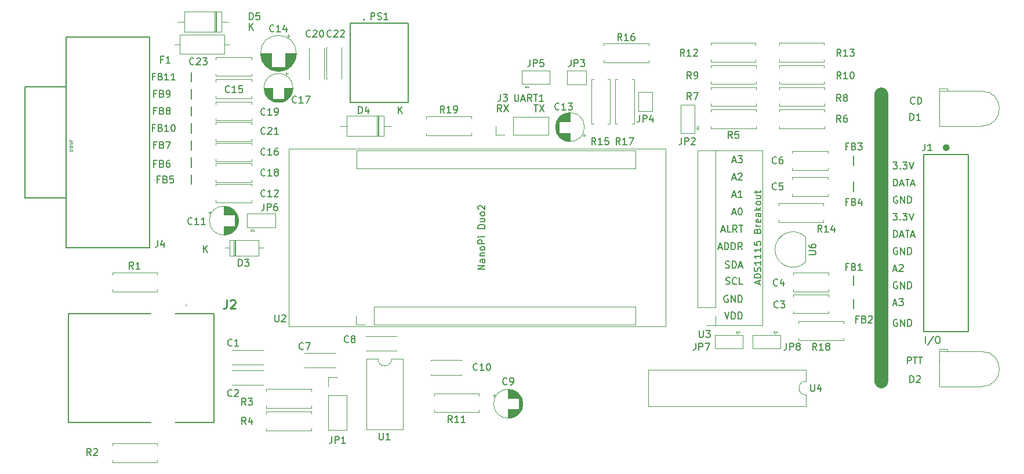
<source format=gbr>
G04 #@! TF.GenerationSoftware,KiCad,Pcbnew,(6.0.0)*
G04 #@! TF.CreationDate,2022-01-05T20:15:47-08:00*
G04 #@! TF.ProjectId,Duo2_Direwolf,44756f32-5f44-4697-9265-776f6c662e6b,rev?*
G04 #@! TF.SameCoordinates,PX2faf080PY8f0d180*
G04 #@! TF.FileFunction,Legend,Top*
G04 #@! TF.FilePolarity,Positive*
%FSLAX46Y46*%
G04 Gerber Fmt 4.6, Leading zero omitted, Abs format (unit mm)*
G04 Created by KiCad (PCBNEW (6.0.0)) date 2022-01-05 20:15:47*
%MOMM*%
%LPD*%
G01*
G04 APERTURE LIST*
%ADD10C,2.000000*%
%ADD11C,0.150000*%
%ADD12C,0.254000*%
%ADD13C,0.120181*%
%ADD14C,0.120000*%
%ADD15C,0.200000*%
%ADD16C,0.127000*%
%ADD17C,0.500000*%
%ADD18C,0.100000*%
%ADD19R,1.600000X1.600000*%
%ADD20O,1.600000X1.600000*%
%ADD21C,1.600000*%
%ADD22R,1.150000X1.800000*%
%ADD23R,1.700000X1.700000*%
%ADD24O,1.700000X1.700000*%
%ADD25R,1.508000X1.508000*%
%ADD26C,1.508000*%
%ADD27R,1.650000X1.650000*%
%ADD28C,1.650000*%
%ADD29R,1.800000X1.800000*%
%ADD30C,1.800000*%
%ADD31C,2.200000*%
%ADD32C,1.700000*%
%ADD33R,2.200000X2.200000*%
%ADD34O,2.200000X2.200000*%
%ADD35C,3.200000*%
%ADD36R,1.400000X1.400000*%
%ADD37C,1.400000*%
%ADD38C,1.530000*%
%ADD39C,2.550000*%
%ADD40R,1.500000X1.000000*%
%ADD41R,1.200000X1.200000*%
%ADD42C,1.200000*%
%ADD43R,1.000000X1.500000*%
%ADD44R,1.500000X1.050000*%
%ADD45O,1.500000X1.050000*%
%ADD46C,3.180000*%
%ADD47R,1.635000X1.635000*%
%ADD48C,1.635000*%
G04 APERTURE END LIST*
D10*
X119000000Y58000000D02*
X119000000Y16000000D01*
D11*
X65492571Y57951620D02*
X65492571Y57142096D01*
X65540190Y57046858D01*
X65587809Y56999239D01*
X65683047Y56951620D01*
X65873523Y56951620D01*
X65968761Y56999239D01*
X66016380Y57046858D01*
X66064000Y57142096D01*
X66064000Y57951620D01*
X66492571Y57237334D02*
X66968761Y57237334D01*
X66397333Y56951620D02*
X66730666Y57951620D01*
X67064000Y56951620D01*
X67968761Y56951620D02*
X67635428Y57427810D01*
X67397333Y56951620D02*
X67397333Y57951620D01*
X67778285Y57951620D01*
X67873523Y57904000D01*
X67921142Y57856381D01*
X67968761Y57761143D01*
X67968761Y57618286D01*
X67921142Y57523048D01*
X67873523Y57475429D01*
X67778285Y57427810D01*
X67397333Y57427810D01*
X68254476Y57951620D02*
X68825904Y57951620D01*
X68540190Y56951620D02*
X68540190Y57951620D01*
X69683047Y56951620D02*
X69111619Y56951620D01*
X69397333Y56951620D02*
X69397333Y57951620D01*
X69302095Y57808762D01*
X69206857Y57713524D01*
X69111619Y57665905D01*
X120740357Y40547620D02*
X121359404Y40547620D01*
X121026071Y40166667D01*
X121168928Y40166667D01*
X121264166Y40119048D01*
X121311785Y40071429D01*
X121359404Y39976191D01*
X121359404Y39738096D01*
X121311785Y39642858D01*
X121264166Y39595239D01*
X121168928Y39547620D01*
X120883214Y39547620D01*
X120787976Y39595239D01*
X120740357Y39642858D01*
X121787976Y39642858D02*
X121835595Y39595239D01*
X121787976Y39547620D01*
X121740357Y39595239D01*
X121787976Y39642858D01*
X121787976Y39547620D01*
X122168928Y40547620D02*
X122787976Y40547620D01*
X122454642Y40166667D01*
X122597500Y40166667D01*
X122692738Y40119048D01*
X122740357Y40071429D01*
X122787976Y39976191D01*
X122787976Y39738096D01*
X122740357Y39642858D01*
X122692738Y39595239D01*
X122597500Y39547620D01*
X122311785Y39547620D01*
X122216547Y39595239D01*
X122168928Y39642858D01*
X123073690Y40547620D02*
X123407023Y39547620D01*
X123740357Y40547620D01*
X120785714Y32333334D02*
X121261904Y32333334D01*
X120690476Y32047620D02*
X121023809Y33047620D01*
X121357142Y32047620D01*
X121642857Y32952381D02*
X121690476Y33000000D01*
X121785714Y33047620D01*
X122023809Y33047620D01*
X122119047Y33000000D01*
X122166666Y32952381D01*
X122214285Y32857143D01*
X122214285Y32761905D01*
X122166666Y32619048D01*
X121595238Y32047620D01*
X122214285Y32047620D01*
X121359404Y35500000D02*
X121264166Y35547620D01*
X121121309Y35547620D01*
X120978452Y35500000D01*
X120883214Y35404762D01*
X120835595Y35309524D01*
X120787976Y35119048D01*
X120787976Y34976191D01*
X120835595Y34785715D01*
X120883214Y34690477D01*
X120978452Y34595239D01*
X121121309Y34547620D01*
X121216547Y34547620D01*
X121359404Y34595239D01*
X121407023Y34642858D01*
X121407023Y34976191D01*
X121216547Y34976191D01*
X121835595Y34547620D02*
X121835595Y35547620D01*
X122407023Y34547620D01*
X122407023Y35547620D01*
X122883214Y34547620D02*
X122883214Y35547620D01*
X123121309Y35547620D01*
X123264166Y35500000D01*
X123359404Y35404762D01*
X123407023Y35309524D01*
X123454642Y35119048D01*
X123454642Y34976191D01*
X123407023Y34785715D01*
X123359404Y34690477D01*
X123264166Y34595239D01*
X123121309Y34547620D01*
X122883214Y34547620D01*
X120835595Y44547620D02*
X120835595Y45547620D01*
X121073690Y45547620D01*
X121216547Y45500000D01*
X121311785Y45404762D01*
X121359404Y45309524D01*
X121407023Y45119048D01*
X121407023Y44976191D01*
X121359404Y44785715D01*
X121311785Y44690477D01*
X121216547Y44595239D01*
X121073690Y44547620D01*
X120835595Y44547620D01*
X121787976Y44833334D02*
X122264166Y44833334D01*
X121692738Y44547620D02*
X122026071Y45547620D01*
X122359404Y44547620D01*
X122549880Y45547620D02*
X123121309Y45547620D01*
X122835595Y44547620D02*
X122835595Y45547620D01*
X123407023Y44833334D02*
X123883214Y44833334D01*
X123311785Y44547620D02*
X123645119Y45547620D01*
X123978452Y44547620D01*
X120785714Y27333334D02*
X121261904Y27333334D01*
X120690476Y27047620D02*
X121023809Y28047620D01*
X121357142Y27047620D01*
X121595238Y28047620D02*
X122214285Y28047620D01*
X121880952Y27666667D01*
X122023809Y27666667D01*
X122119047Y27619048D01*
X122166666Y27571429D01*
X122214285Y27476191D01*
X122214285Y27238096D01*
X122166666Y27142858D01*
X122119047Y27095239D01*
X122023809Y27047620D01*
X121738095Y27047620D01*
X121642857Y27095239D01*
X121595238Y27142858D01*
X121359404Y30500000D02*
X121264166Y30547620D01*
X121121309Y30547620D01*
X120978452Y30500000D01*
X120883214Y30404762D01*
X120835595Y30309524D01*
X120787976Y30119048D01*
X120787976Y29976191D01*
X120835595Y29785715D01*
X120883214Y29690477D01*
X120978452Y29595239D01*
X121121309Y29547620D01*
X121216547Y29547620D01*
X121359404Y29595239D01*
X121407023Y29642858D01*
X121407023Y29976191D01*
X121216547Y29976191D01*
X121835595Y29547620D02*
X121835595Y30547620D01*
X122407023Y29547620D01*
X122407023Y30547620D01*
X122883214Y29547620D02*
X122883214Y30547620D01*
X123121309Y30547620D01*
X123264166Y30500000D01*
X123359404Y30404762D01*
X123407023Y30309524D01*
X123454642Y30119048D01*
X123454642Y29976191D01*
X123407023Y29785715D01*
X123359404Y29690477D01*
X123264166Y29595239D01*
X123121309Y29547620D01*
X122883214Y29547620D01*
X63587333Y55427620D02*
X63254000Y55903810D01*
X63015904Y55427620D02*
X63015904Y56427620D01*
X63396857Y56427620D01*
X63492095Y56380000D01*
X63539714Y56332381D01*
X63587333Y56237143D01*
X63587333Y56094286D01*
X63539714Y55999048D01*
X63492095Y55951429D01*
X63396857Y55903810D01*
X63015904Y55903810D01*
X63920666Y56427620D02*
X64587333Y55427620D01*
X64587333Y56427620D02*
X63920666Y55427620D01*
X122835595Y18547620D02*
X122835595Y19547620D01*
X123216547Y19547620D01*
X123311785Y19500000D01*
X123359404Y19452381D01*
X123407023Y19357143D01*
X123407023Y19214286D01*
X123359404Y19119048D01*
X123311785Y19071429D01*
X123216547Y19023810D01*
X122835595Y19023810D01*
X123692738Y19547620D02*
X124264166Y19547620D01*
X123978452Y18547620D02*
X123978452Y19547620D01*
X124454642Y19547620D02*
X125026071Y19547620D01*
X124740357Y18547620D02*
X124740357Y19547620D01*
X101166666Y30214286D02*
X101166666Y30690477D01*
X101452380Y30119048D02*
X100452380Y30452381D01*
X101452380Y30785715D01*
X101452380Y31119048D02*
X100452380Y31119048D01*
X100452380Y31357143D01*
X100500000Y31500000D01*
X100595238Y31595239D01*
X100690476Y31642858D01*
X100880952Y31690477D01*
X101023809Y31690477D01*
X101214285Y31642858D01*
X101309523Y31595239D01*
X101404761Y31500000D01*
X101452380Y31357143D01*
X101452380Y31119048D01*
X101404761Y32071429D02*
X101452380Y32214286D01*
X101452380Y32452381D01*
X101404761Y32547620D01*
X101357142Y32595239D01*
X101261904Y32642858D01*
X101166666Y32642858D01*
X101071428Y32595239D01*
X101023809Y32547620D01*
X100976190Y32452381D01*
X100928571Y32261905D01*
X100880952Y32166667D01*
X100833333Y32119048D01*
X100738095Y32071429D01*
X100642857Y32071429D01*
X100547619Y32119048D01*
X100500000Y32166667D01*
X100452380Y32261905D01*
X100452380Y32500000D01*
X100500000Y32642858D01*
X101452380Y33595239D02*
X101452380Y33023810D01*
X101452380Y33309524D02*
X100452380Y33309524D01*
X100595238Y33214286D01*
X100690476Y33119048D01*
X100738095Y33023810D01*
X101452380Y34547620D02*
X101452380Y33976191D01*
X101452380Y34261905D02*
X100452380Y34261905D01*
X100595238Y34166667D01*
X100690476Y34071429D01*
X100738095Y33976191D01*
X101452380Y35500000D02*
X101452380Y34928572D01*
X101452380Y35214286D02*
X100452380Y35214286D01*
X100595238Y35119048D01*
X100690476Y35023810D01*
X100738095Y34928572D01*
X100452380Y36404762D02*
X100452380Y35928572D01*
X100928571Y35880953D01*
X100880952Y35928572D01*
X100833333Y36023810D01*
X100833333Y36261905D01*
X100880952Y36357143D01*
X100928571Y36404762D01*
X101023809Y36452381D01*
X101261904Y36452381D01*
X101357142Y36404762D01*
X101404761Y36357143D01*
X101452380Y36261905D01*
X101452380Y36023810D01*
X101404761Y35928572D01*
X101357142Y35880953D01*
X100928571Y37976191D02*
X100976190Y38119048D01*
X101023809Y38166667D01*
X101119047Y38214286D01*
X101261904Y38214286D01*
X101357142Y38166667D01*
X101404761Y38119048D01*
X101452380Y38023810D01*
X101452380Y37642858D01*
X100452380Y37642858D01*
X100452380Y37976191D01*
X100500000Y38071429D01*
X100547619Y38119048D01*
X100642857Y38166667D01*
X100738095Y38166667D01*
X100833333Y38119048D01*
X100880952Y38071429D01*
X100928571Y37976191D01*
X100928571Y37642858D01*
X101452380Y38642858D02*
X100785714Y38642858D01*
X100976190Y38642858D02*
X100880952Y38690477D01*
X100833333Y38738096D01*
X100785714Y38833334D01*
X100785714Y38928572D01*
X101404761Y39642858D02*
X101452380Y39547620D01*
X101452380Y39357143D01*
X101404761Y39261905D01*
X101309523Y39214286D01*
X100928571Y39214286D01*
X100833333Y39261905D01*
X100785714Y39357143D01*
X100785714Y39547620D01*
X100833333Y39642858D01*
X100928571Y39690477D01*
X101023809Y39690477D01*
X101119047Y39214286D01*
X101452380Y40547620D02*
X100928571Y40547620D01*
X100833333Y40500000D01*
X100785714Y40404762D01*
X100785714Y40214286D01*
X100833333Y40119048D01*
X101404761Y40547620D02*
X101452380Y40452381D01*
X101452380Y40214286D01*
X101404761Y40119048D01*
X101309523Y40071429D01*
X101214285Y40071429D01*
X101119047Y40119048D01*
X101071428Y40214286D01*
X101071428Y40452381D01*
X101023809Y40547620D01*
X101452380Y41023810D02*
X100452380Y41023810D01*
X101071428Y41119048D02*
X101452380Y41404762D01*
X100785714Y41404762D02*
X101166666Y41023810D01*
X101452380Y41976191D02*
X101404761Y41880953D01*
X101357142Y41833334D01*
X101261904Y41785715D01*
X100976190Y41785715D01*
X100880952Y41833334D01*
X100833333Y41880953D01*
X100785714Y41976191D01*
X100785714Y42119048D01*
X100833333Y42214286D01*
X100880952Y42261905D01*
X100976190Y42309524D01*
X101261904Y42309524D01*
X101357142Y42261905D01*
X101404761Y42214286D01*
X101452380Y42119048D01*
X101452380Y41976191D01*
X100785714Y43166667D02*
X101452380Y43166667D01*
X100785714Y42738096D02*
X101309523Y42738096D01*
X101404761Y42785715D01*
X101452380Y42880953D01*
X101452380Y43023810D01*
X101404761Y43119048D01*
X101357142Y43166667D01*
X100785714Y43500000D02*
X100785714Y43880953D01*
X100452380Y43642858D02*
X101309523Y43642858D01*
X101404761Y43690477D01*
X101452380Y43785715D01*
X101452380Y43880953D01*
X121359404Y25000000D02*
X121264166Y25047620D01*
X121121309Y25047620D01*
X120978452Y25000000D01*
X120883214Y24904762D01*
X120835595Y24809524D01*
X120787976Y24619048D01*
X120787976Y24476191D01*
X120835595Y24285715D01*
X120883214Y24190477D01*
X120978452Y24095239D01*
X121121309Y24047620D01*
X121216547Y24047620D01*
X121359404Y24095239D01*
X121407023Y24142858D01*
X121407023Y24476191D01*
X121216547Y24476191D01*
X121835595Y24047620D02*
X121835595Y25047620D01*
X122407023Y24047620D01*
X122407023Y25047620D01*
X122883214Y24047620D02*
X122883214Y25047620D01*
X123121309Y25047620D01*
X123264166Y25000000D01*
X123359404Y24904762D01*
X123407023Y24809524D01*
X123454642Y24619048D01*
X123454642Y24476191D01*
X123407023Y24285715D01*
X123359404Y24190477D01*
X123264166Y24095239D01*
X123121309Y24047620D01*
X122883214Y24047620D01*
X121359404Y43000000D02*
X121264166Y43047620D01*
X121121309Y43047620D01*
X120978452Y43000000D01*
X120883214Y42904762D01*
X120835595Y42809524D01*
X120787976Y42619048D01*
X120787976Y42476191D01*
X120835595Y42285715D01*
X120883214Y42190477D01*
X120978452Y42095239D01*
X121121309Y42047620D01*
X121216547Y42047620D01*
X121359404Y42095239D01*
X121407023Y42142858D01*
X121407023Y42476191D01*
X121216547Y42476191D01*
X121835595Y42047620D02*
X121835595Y43047620D01*
X122407023Y42047620D01*
X122407023Y43047620D01*
X122883214Y42047620D02*
X122883214Y43047620D01*
X123121309Y43047620D01*
X123264166Y43000000D01*
X123359404Y42904762D01*
X123407023Y42809524D01*
X123454642Y42619048D01*
X123454642Y42476191D01*
X123407023Y42285715D01*
X123359404Y42190477D01*
X123264166Y42095239D01*
X123121309Y42047620D01*
X122883214Y42047620D01*
X120835595Y37047620D02*
X120835595Y38047620D01*
X121073690Y38047620D01*
X121216547Y38000000D01*
X121311785Y37904762D01*
X121359404Y37809524D01*
X121407023Y37619048D01*
X121407023Y37476191D01*
X121359404Y37285715D01*
X121311785Y37190477D01*
X121216547Y37095239D01*
X121073690Y37047620D01*
X120835595Y37047620D01*
X121787976Y37333334D02*
X122264166Y37333334D01*
X121692738Y37047620D02*
X122026071Y38047620D01*
X122359404Y37047620D01*
X122549880Y38047620D02*
X123121309Y38047620D01*
X122835595Y37047620D02*
X122835595Y38047620D01*
X123407023Y37333334D02*
X123883214Y37333334D01*
X123311785Y37047620D02*
X123645119Y38047620D01*
X123978452Y37047620D01*
X123907023Y56642858D02*
X123859404Y56595239D01*
X123716547Y56547620D01*
X123621309Y56547620D01*
X123478452Y56595239D01*
X123383214Y56690477D01*
X123335595Y56785715D01*
X123287976Y56976191D01*
X123287976Y57119048D01*
X123335595Y57309524D01*
X123383214Y57404762D01*
X123478452Y57500000D01*
X123621309Y57547620D01*
X123716547Y57547620D01*
X123859404Y57500000D01*
X123907023Y57452381D01*
X124335595Y56547620D02*
X124335595Y57547620D01*
X124573690Y57547620D01*
X124716547Y57500000D01*
X124811785Y57404762D01*
X124859404Y57309524D01*
X124907023Y57119048D01*
X124907023Y56976191D01*
X124859404Y56785715D01*
X124811785Y56690477D01*
X124716547Y56595239D01*
X124573690Y56547620D01*
X124335595Y56547620D01*
X68326095Y56427620D02*
X68897523Y56427620D01*
X68611809Y55427620D02*
X68611809Y56427620D01*
X69135619Y56427620D02*
X69802285Y55427620D01*
X69802285Y56427620D02*
X69135619Y55427620D01*
X120740357Y48047620D02*
X121359404Y48047620D01*
X121026071Y47666667D01*
X121168928Y47666667D01*
X121264166Y47619048D01*
X121311785Y47571429D01*
X121359404Y47476191D01*
X121359404Y47238096D01*
X121311785Y47142858D01*
X121264166Y47095239D01*
X121168928Y47047620D01*
X120883214Y47047620D01*
X120787976Y47095239D01*
X120740357Y47142858D01*
X121787976Y47142858D02*
X121835595Y47095239D01*
X121787976Y47047620D01*
X121740357Y47095239D01*
X121787976Y47142858D01*
X121787976Y47047620D01*
X122168928Y48047620D02*
X122787976Y48047620D01*
X122454642Y47666667D01*
X122597500Y47666667D01*
X122692738Y47619048D01*
X122740357Y47571429D01*
X122787976Y47476191D01*
X122787976Y47238096D01*
X122740357Y47142858D01*
X122692738Y47095239D01*
X122597500Y47047620D01*
X122311785Y47047620D01*
X122216547Y47095239D01*
X122168928Y47142858D01*
X123073690Y48047620D02*
X123407023Y47047620D01*
X123740357Y48047620D01*
X45720095Y8421620D02*
X45720095Y7612096D01*
X45767714Y7516858D01*
X45815333Y7469239D01*
X45910571Y7421620D01*
X46101047Y7421620D01*
X46196285Y7469239D01*
X46243904Y7516858D01*
X46291523Y7612096D01*
X46291523Y8421620D01*
X47291523Y7421620D02*
X46720095Y7421620D01*
X47005809Y7421620D02*
X47005809Y8421620D01*
X46910571Y8278762D01*
X46815333Y8183524D01*
X46720095Y8135905D01*
X113117333Y53903620D02*
X112784000Y54379810D01*
X112545904Y53903620D02*
X112545904Y54903620D01*
X112926857Y54903620D01*
X113022095Y54856000D01*
X113069714Y54808381D01*
X113117333Y54713143D01*
X113117333Y54570286D01*
X113069714Y54475048D01*
X113022095Y54427429D01*
X112926857Y54379810D01*
X112545904Y54379810D01*
X113974476Y54903620D02*
X113784000Y54903620D01*
X113688761Y54856000D01*
X113641142Y54808381D01*
X113545904Y54665524D01*
X113498285Y54475048D01*
X113498285Y54094096D01*
X113545904Y53998858D01*
X113593523Y53951239D01*
X113688761Y53903620D01*
X113879238Y53903620D01*
X113974476Y53951239D01*
X114022095Y53998858D01*
X114069714Y54094096D01*
X114069714Y54332191D01*
X114022095Y54427429D01*
X113974476Y54475048D01*
X113879238Y54522667D01*
X113688761Y54522667D01*
X113593523Y54475048D01*
X113545904Y54427429D01*
X113498285Y54332191D01*
X109593142Y20545620D02*
X109259809Y21021810D01*
X109021714Y20545620D02*
X109021714Y21545620D01*
X109402666Y21545620D01*
X109497904Y21498000D01*
X109545523Y21450381D01*
X109593142Y21355143D01*
X109593142Y21212286D01*
X109545523Y21117048D01*
X109497904Y21069429D01*
X109402666Y21021810D01*
X109021714Y21021810D01*
X110545523Y20545620D02*
X109974095Y20545620D01*
X110259809Y20545620D02*
X110259809Y21545620D01*
X110164571Y21402762D01*
X110069333Y21307524D01*
X109974095Y21259905D01*
X111116952Y21117048D02*
X111021714Y21164667D01*
X110974095Y21212286D01*
X110926476Y21307524D01*
X110926476Y21355143D01*
X110974095Y21450381D01*
X111021714Y21498000D01*
X111116952Y21545620D01*
X111307428Y21545620D01*
X111402666Y21498000D01*
X111450285Y21450381D01*
X111497904Y21355143D01*
X111497904Y21307524D01*
X111450285Y21212286D01*
X111402666Y21164667D01*
X111307428Y21117048D01*
X111116952Y21117048D01*
X111021714Y21069429D01*
X110974095Y21021810D01*
X110926476Y20926572D01*
X110926476Y20736096D01*
X110974095Y20640858D01*
X111021714Y20593239D01*
X111116952Y20545620D01*
X111307428Y20545620D01*
X111402666Y20593239D01*
X111450285Y20640858D01*
X111497904Y20736096D01*
X111497904Y20926572D01*
X111450285Y21021810D01*
X111402666Y21069429D01*
X111307428Y21117048D01*
X97275333Y51533620D02*
X96942000Y52009810D01*
X96703904Y51533620D02*
X96703904Y52533620D01*
X97084857Y52533620D01*
X97180095Y52486000D01*
X97227714Y52438381D01*
X97275333Y52343143D01*
X97275333Y52200286D01*
X97227714Y52105048D01*
X97180095Y52057429D01*
X97084857Y52009810D01*
X96703904Y52009810D01*
X98180095Y52533620D02*
X97703904Y52533620D01*
X97656285Y52057429D01*
X97703904Y52105048D01*
X97799142Y52152667D01*
X98037238Y52152667D01*
X98132476Y52105048D01*
X98180095Y52057429D01*
X98227714Y51962191D01*
X98227714Y51724096D01*
X98180095Y51628858D01*
X98132476Y51581239D01*
X98037238Y51533620D01*
X97799142Y51533620D01*
X97703904Y51581239D01*
X97656285Y51628858D01*
X13136666Y47823429D02*
X12803333Y47823429D01*
X12803333Y47299620D02*
X12803333Y48299620D01*
X13279523Y48299620D01*
X13993809Y47823429D02*
X14136666Y47775810D01*
X14184285Y47728191D01*
X14231904Y47632953D01*
X14231904Y47490096D01*
X14184285Y47394858D01*
X14136666Y47347239D01*
X14041428Y47299620D01*
X13660476Y47299620D01*
X13660476Y48299620D01*
X13993809Y48299620D01*
X14089047Y48252000D01*
X14136666Y48204381D01*
X14184285Y48109143D01*
X14184285Y48013905D01*
X14136666Y47918667D01*
X14089047Y47871048D01*
X13993809Y47823429D01*
X13660476Y47823429D01*
X15089047Y48299620D02*
X14898571Y48299620D01*
X14803333Y48252000D01*
X14755714Y48204381D01*
X14660476Y48061524D01*
X14612857Y47871048D01*
X14612857Y47490096D01*
X14660476Y47394858D01*
X14708095Y47347239D01*
X14803333Y47299620D01*
X14993809Y47299620D01*
X15089047Y47347239D01*
X15136666Y47394858D01*
X15184285Y47490096D01*
X15184285Y47728191D01*
X15136666Y47823429D01*
X15089047Y47871048D01*
X14993809Y47918667D01*
X14803333Y47918667D01*
X14708095Y47871048D01*
X14660476Y47823429D01*
X14612857Y47728191D01*
X60063142Y17676858D02*
X60015523Y17629239D01*
X59872666Y17581620D01*
X59777428Y17581620D01*
X59634571Y17629239D01*
X59539333Y17724477D01*
X59491714Y17819715D01*
X59444095Y18010191D01*
X59444095Y18153048D01*
X59491714Y18343524D01*
X59539333Y18438762D01*
X59634571Y18534000D01*
X59777428Y18581620D01*
X59872666Y18581620D01*
X60015523Y18534000D01*
X60063142Y18486381D01*
X61015523Y17581620D02*
X60444095Y17581620D01*
X60729809Y17581620D02*
X60729809Y18581620D01*
X60634571Y18438762D01*
X60539333Y18343524D01*
X60444095Y18295905D01*
X61634571Y18581620D02*
X61729809Y18581620D01*
X61825047Y18534000D01*
X61872666Y18486381D01*
X61920285Y18391143D01*
X61967904Y18200667D01*
X61967904Y17962572D01*
X61920285Y17772096D01*
X61872666Y17676858D01*
X61825047Y17629239D01*
X61729809Y17581620D01*
X61634571Y17581620D01*
X61539333Y17629239D01*
X61491714Y17676858D01*
X61444095Y17772096D01*
X61396476Y17962572D01*
X61396476Y18200667D01*
X61444095Y18391143D01*
X61491714Y18486381D01*
X61539333Y18534000D01*
X61634571Y18581620D01*
X80891142Y50601620D02*
X80557809Y51077810D01*
X80319714Y50601620D02*
X80319714Y51601620D01*
X80700666Y51601620D01*
X80795904Y51554000D01*
X80843523Y51506381D01*
X80891142Y51411143D01*
X80891142Y51268286D01*
X80843523Y51173048D01*
X80795904Y51125429D01*
X80700666Y51077810D01*
X80319714Y51077810D01*
X81843523Y50601620D02*
X81272095Y50601620D01*
X81557809Y50601620D02*
X81557809Y51601620D01*
X81462571Y51458762D01*
X81367333Y51363524D01*
X81272095Y51315905D01*
X82176857Y51601620D02*
X82843523Y51601620D01*
X82414952Y50601620D01*
X113149142Y63555620D02*
X112815809Y64031810D01*
X112577714Y63555620D02*
X112577714Y64555620D01*
X112958666Y64555620D01*
X113053904Y64508000D01*
X113101523Y64460381D01*
X113149142Y64365143D01*
X113149142Y64222286D01*
X113101523Y64127048D01*
X113053904Y64079429D01*
X112958666Y64031810D01*
X112577714Y64031810D01*
X114101523Y63555620D02*
X113530095Y63555620D01*
X113815809Y63555620D02*
X113815809Y64555620D01*
X113720571Y64412762D01*
X113625333Y64317524D01*
X113530095Y64269905D01*
X114434857Y64555620D02*
X115053904Y64555620D01*
X114720571Y64174667D01*
X114863428Y64174667D01*
X114958666Y64127048D01*
X115006285Y64079429D01*
X115053904Y63984191D01*
X115053904Y63746096D01*
X115006285Y63650858D01*
X114958666Y63603239D01*
X114863428Y63555620D01*
X114577714Y63555620D01*
X114482476Y63603239D01*
X114434857Y63650858D01*
X103719333Y44092858D02*
X103671714Y44045239D01*
X103528857Y43997620D01*
X103433619Y43997620D01*
X103290761Y44045239D01*
X103195523Y44140477D01*
X103147904Y44235715D01*
X103100285Y44426191D01*
X103100285Y44569048D01*
X103147904Y44759524D01*
X103195523Y44854762D01*
X103290761Y44950000D01*
X103433619Y44997620D01*
X103528857Y44997620D01*
X103671714Y44950000D01*
X103719333Y44902381D01*
X104624095Y44997620D02*
X104147904Y44997620D01*
X104100285Y44521429D01*
X104147904Y44569048D01*
X104243142Y44616667D01*
X104481238Y44616667D01*
X104576476Y44569048D01*
X104624095Y44521429D01*
X104671714Y44426191D01*
X104671714Y44188096D01*
X104624095Y44092858D01*
X104576476Y44045239D01*
X104481238Y43997620D01*
X104243142Y43997620D01*
X104147904Y44045239D01*
X104100285Y44092858D01*
X91273333Y60253620D02*
X90940000Y60729810D01*
X90701904Y60253620D02*
X90701904Y61253620D01*
X91082857Y61253620D01*
X91178095Y61206000D01*
X91225714Y61158381D01*
X91273333Y61063143D01*
X91273333Y60920286D01*
X91225714Y60825048D01*
X91178095Y60777429D01*
X91082857Y60729810D01*
X90701904Y60729810D01*
X91749523Y60253620D02*
X91940000Y60253620D01*
X92035238Y60301239D01*
X92082857Y60348858D01*
X92178095Y60491715D01*
X92225714Y60682191D01*
X92225714Y61063143D01*
X92178095Y61158381D01*
X92130476Y61206000D01*
X92035238Y61253620D01*
X91844761Y61253620D01*
X91749523Y61206000D01*
X91701904Y61158381D01*
X91654285Y61063143D01*
X91654285Y60825048D01*
X91701904Y60729810D01*
X91749523Y60682191D01*
X91844761Y60634572D01*
X92035238Y60634572D01*
X92130476Y60682191D01*
X92178095Y60729810D01*
X92225714Y60825048D01*
X103973333Y26820858D02*
X103925714Y26773239D01*
X103782857Y26725620D01*
X103687619Y26725620D01*
X103544761Y26773239D01*
X103449523Y26868477D01*
X103401904Y26963715D01*
X103354285Y27154191D01*
X103354285Y27297048D01*
X103401904Y27487524D01*
X103449523Y27582762D01*
X103544761Y27678000D01*
X103687619Y27725620D01*
X103782857Y27725620D01*
X103925714Y27678000D01*
X103973333Y27630381D01*
X104306666Y27725620D02*
X104925714Y27725620D01*
X104592380Y27344667D01*
X104735238Y27344667D01*
X104830476Y27297048D01*
X104878095Y27249429D01*
X104925714Y27154191D01*
X104925714Y26916096D01*
X104878095Y26820858D01*
X104830476Y26773239D01*
X104735238Y26725620D01*
X104449523Y26725620D01*
X104354285Y26773239D01*
X104306666Y26820858D01*
X92456095Y23407620D02*
X92456095Y22598096D01*
X92503714Y22502858D01*
X92551333Y22455239D01*
X92646571Y22407620D01*
X92837047Y22407620D01*
X92932285Y22455239D01*
X92979904Y22502858D01*
X93027523Y22598096D01*
X93027523Y23407620D01*
X93408476Y23407620D02*
X94027523Y23407620D01*
X93694190Y23026667D01*
X93837047Y23026667D01*
X93932285Y22979048D01*
X93979904Y22931429D01*
X94027523Y22836191D01*
X94027523Y22598096D01*
X93979904Y22502858D01*
X93932285Y22455239D01*
X93837047Y22407620D01*
X93551333Y22407620D01*
X93456095Y22455239D01*
X93408476Y22502858D01*
X97283452Y45698334D02*
X97759642Y45698334D01*
X97188214Y45412620D02*
X97521547Y46412620D01*
X97854880Y45412620D01*
X98140595Y46317381D02*
X98188214Y46365000D01*
X98283452Y46412620D01*
X98521547Y46412620D01*
X98616785Y46365000D01*
X98664404Y46317381D01*
X98712023Y46222143D01*
X98712023Y46126905D01*
X98664404Y45984048D01*
X98092976Y45412620D01*
X98712023Y45412620D01*
X97283452Y43158334D02*
X97759642Y43158334D01*
X97188214Y42872620D02*
X97521547Y43872620D01*
X97854880Y42872620D01*
X98712023Y42872620D02*
X98140595Y42872620D01*
X98426309Y42872620D02*
X98426309Y43872620D01*
X98331071Y43729762D01*
X98235833Y43634524D01*
X98140595Y43586905D01*
X96140595Y26092620D02*
X96473928Y25092620D01*
X96807261Y26092620D01*
X97140595Y25092620D02*
X97140595Y26092620D01*
X97378690Y26092620D01*
X97521547Y26045000D01*
X97616785Y25949762D01*
X97664404Y25854524D01*
X97712023Y25664048D01*
X97712023Y25521191D01*
X97664404Y25330715D01*
X97616785Y25235477D01*
X97521547Y25140239D01*
X97378690Y25092620D01*
X97140595Y25092620D01*
X98140595Y25092620D02*
X98140595Y26092620D01*
X98378690Y26092620D01*
X98521547Y26045000D01*
X98616785Y25949762D01*
X98664404Y25854524D01*
X98712023Y25664048D01*
X98712023Y25521191D01*
X98664404Y25330715D01*
X98616785Y25235477D01*
X98521547Y25140239D01*
X98378690Y25092620D01*
X98140595Y25092620D01*
X96283452Y32595239D02*
X96426309Y32547620D01*
X96664404Y32547620D01*
X96759642Y32595239D01*
X96807261Y32642858D01*
X96854880Y32738096D01*
X96854880Y32833334D01*
X96807261Y32928572D01*
X96759642Y32976191D01*
X96664404Y33023810D01*
X96473928Y33071429D01*
X96378690Y33119048D01*
X96331071Y33166667D01*
X96283452Y33261905D01*
X96283452Y33357143D01*
X96331071Y33452381D01*
X96378690Y33500000D01*
X96473928Y33547620D01*
X96712023Y33547620D01*
X96854880Y33500000D01*
X97283452Y32547620D02*
X97283452Y33547620D01*
X97521547Y33547620D01*
X97664404Y33500000D01*
X97759642Y33404762D01*
X97807261Y33309524D01*
X97854880Y33119048D01*
X97854880Y32976191D01*
X97807261Y32785715D01*
X97759642Y32690477D01*
X97664404Y32595239D01*
X97521547Y32547620D01*
X97283452Y32547620D01*
X98235833Y32833334D02*
X98712023Y32833334D01*
X98140595Y32547620D02*
X98473928Y33547620D01*
X98807261Y32547620D01*
X95235833Y35538334D02*
X95712023Y35538334D01*
X95140595Y35252620D02*
X95473928Y36252620D01*
X95807261Y35252620D01*
X96140595Y35252620D02*
X96140595Y36252620D01*
X96378690Y36252620D01*
X96521547Y36205000D01*
X96616785Y36109762D01*
X96664404Y36014524D01*
X96712023Y35824048D01*
X96712023Y35681191D01*
X96664404Y35490715D01*
X96616785Y35395477D01*
X96521547Y35300239D01*
X96378690Y35252620D01*
X96140595Y35252620D01*
X97140595Y35252620D02*
X97140595Y36252620D01*
X97378690Y36252620D01*
X97521547Y36205000D01*
X97616785Y36109762D01*
X97664404Y36014524D01*
X97712023Y35824048D01*
X97712023Y35681191D01*
X97664404Y35490715D01*
X97616785Y35395477D01*
X97521547Y35300239D01*
X97378690Y35252620D01*
X97140595Y35252620D01*
X98712023Y35252620D02*
X98378690Y35728810D01*
X98140595Y35252620D02*
X98140595Y36252620D01*
X98521547Y36252620D01*
X98616785Y36205000D01*
X98664404Y36157381D01*
X98712023Y36062143D01*
X98712023Y35919286D01*
X98664404Y35824048D01*
X98616785Y35776429D01*
X98521547Y35728810D01*
X98140595Y35728810D01*
X96331071Y30220239D02*
X96473928Y30172620D01*
X96712023Y30172620D01*
X96807261Y30220239D01*
X96854880Y30267858D01*
X96902500Y30363096D01*
X96902500Y30458334D01*
X96854880Y30553572D01*
X96807261Y30601191D01*
X96712023Y30648810D01*
X96521547Y30696429D01*
X96426309Y30744048D01*
X96378690Y30791667D01*
X96331071Y30886905D01*
X96331071Y30982143D01*
X96378690Y31077381D01*
X96426309Y31125000D01*
X96521547Y31172620D01*
X96759642Y31172620D01*
X96902500Y31125000D01*
X97902500Y30267858D02*
X97854880Y30220239D01*
X97712023Y30172620D01*
X97616785Y30172620D01*
X97473928Y30220239D01*
X97378690Y30315477D01*
X97331071Y30410715D01*
X97283452Y30601191D01*
X97283452Y30744048D01*
X97331071Y30934524D01*
X97378690Y31029762D01*
X97473928Y31125000D01*
X97616785Y31172620D01*
X97712023Y31172620D01*
X97854880Y31125000D01*
X97902500Y31077381D01*
X98807261Y30172620D02*
X98331071Y30172620D01*
X98331071Y31172620D01*
X96616785Y28500000D02*
X96521547Y28547620D01*
X96378690Y28547620D01*
X96235833Y28500000D01*
X96140595Y28404762D01*
X96092976Y28309524D01*
X96045357Y28119048D01*
X96045357Y27976191D01*
X96092976Y27785715D01*
X96140595Y27690477D01*
X96235833Y27595239D01*
X96378690Y27547620D01*
X96473928Y27547620D01*
X96616785Y27595239D01*
X96664404Y27642858D01*
X96664404Y27976191D01*
X96473928Y27976191D01*
X97092976Y27547620D02*
X97092976Y28547620D01*
X97664404Y27547620D01*
X97664404Y28547620D01*
X98140595Y27547620D02*
X98140595Y28547620D01*
X98378690Y28547620D01*
X98521547Y28500000D01*
X98616785Y28404762D01*
X98664404Y28309524D01*
X98712023Y28119048D01*
X98712023Y27976191D01*
X98664404Y27785715D01*
X98616785Y27690477D01*
X98521547Y27595239D01*
X98378690Y27547620D01*
X98140595Y27547620D01*
X97283452Y48238334D02*
X97759642Y48238334D01*
X97188214Y47952620D02*
X97521547Y48952620D01*
X97854880Y47952620D01*
X98092976Y48952620D02*
X98712023Y48952620D01*
X98378690Y48571667D01*
X98521547Y48571667D01*
X98616785Y48524048D01*
X98664404Y48476429D01*
X98712023Y48381191D01*
X98712023Y48143096D01*
X98664404Y48047858D01*
X98616785Y48000239D01*
X98521547Y47952620D01*
X98235833Y47952620D01*
X98140595Y48000239D01*
X98092976Y48047858D01*
X95664404Y38073334D02*
X96140595Y38073334D01*
X95569166Y37787620D02*
X95902500Y38787620D01*
X96235833Y37787620D01*
X97045357Y37787620D02*
X96569166Y37787620D01*
X96569166Y38787620D01*
X97950119Y37787620D02*
X97616785Y38263810D01*
X97378690Y37787620D02*
X97378690Y38787620D01*
X97759642Y38787620D01*
X97854880Y38740000D01*
X97902500Y38692381D01*
X97950119Y38597143D01*
X97950119Y38454286D01*
X97902500Y38359048D01*
X97854880Y38311429D01*
X97759642Y38263810D01*
X97378690Y38263810D01*
X98235833Y38787620D02*
X98807261Y38787620D01*
X98521547Y37787620D02*
X98521547Y38787620D01*
X97283452Y40618334D02*
X97759642Y40618334D01*
X97188214Y40332620D02*
X97521547Y41332620D01*
X97854880Y40332620D01*
X98378690Y41332620D02*
X98473928Y41332620D01*
X98569166Y41285000D01*
X98616785Y41237381D01*
X98664404Y41142143D01*
X98712023Y40951667D01*
X98712023Y40713572D01*
X98664404Y40523096D01*
X98616785Y40427858D01*
X98569166Y40380239D01*
X98473928Y40332620D01*
X98378690Y40332620D01*
X98283452Y40380239D01*
X98235833Y40427858D01*
X98188214Y40523096D01*
X98140595Y40713572D01*
X98140595Y40951667D01*
X98188214Y41142143D01*
X98235833Y41237381D01*
X98283452Y41285000D01*
X98378690Y41332620D01*
X13136666Y50571429D02*
X12803333Y50571429D01*
X12803333Y50047620D02*
X12803333Y51047620D01*
X13279523Y51047620D01*
X13993809Y50571429D02*
X14136666Y50523810D01*
X14184285Y50476191D01*
X14231904Y50380953D01*
X14231904Y50238096D01*
X14184285Y50142858D01*
X14136666Y50095239D01*
X14041428Y50047620D01*
X13660476Y50047620D01*
X13660476Y51047620D01*
X13993809Y51047620D01*
X14089047Y51000000D01*
X14136666Y50952381D01*
X14184285Y50857143D01*
X14184285Y50761905D01*
X14136666Y50666667D01*
X14089047Y50619048D01*
X13993809Y50571429D01*
X13660476Y50571429D01*
X14565238Y51047620D02*
X15231904Y51047620D01*
X14803333Y50047620D01*
X35679142Y66444858D02*
X35631523Y66397239D01*
X35488666Y66349620D01*
X35393428Y66349620D01*
X35250571Y66397239D01*
X35155333Y66492477D01*
X35107714Y66587715D01*
X35060095Y66778191D01*
X35060095Y66921048D01*
X35107714Y67111524D01*
X35155333Y67206762D01*
X35250571Y67302000D01*
X35393428Y67349620D01*
X35488666Y67349620D01*
X35631523Y67302000D01*
X35679142Y67254381D01*
X36060095Y67254381D02*
X36107714Y67302000D01*
X36202952Y67349620D01*
X36441047Y67349620D01*
X36536285Y67302000D01*
X36583904Y67254381D01*
X36631523Y67159143D01*
X36631523Y67063905D01*
X36583904Y66921048D01*
X36012476Y66349620D01*
X36631523Y66349620D01*
X37250571Y67349620D02*
X37345809Y67349620D01*
X37441047Y67302000D01*
X37488666Y67254381D01*
X37536285Y67159143D01*
X37583904Y66968667D01*
X37583904Y66730572D01*
X37536285Y66540096D01*
X37488666Y66444858D01*
X37441047Y66397239D01*
X37345809Y66349620D01*
X37250571Y66349620D01*
X37155333Y66397239D01*
X37107714Y66444858D01*
X37060095Y66540096D01*
X37012476Y66730572D01*
X37012476Y66968667D01*
X37060095Y67159143D01*
X37107714Y67254381D01*
X37155333Y67302000D01*
X37250571Y67349620D01*
X14144666Y63063429D02*
X13811333Y63063429D01*
X13811333Y62539620D02*
X13811333Y63539620D01*
X14287523Y63539620D01*
X15192285Y62539620D02*
X14620857Y62539620D01*
X14906571Y62539620D02*
X14906571Y63539620D01*
X14811333Y63396762D01*
X14716095Y63301524D01*
X14620857Y63253905D01*
X44505714Y68889620D02*
X44505714Y69889620D01*
X44886666Y69889620D01*
X44981904Y69842000D01*
X45029523Y69794381D01*
X45077142Y69699143D01*
X45077142Y69556286D01*
X45029523Y69461048D01*
X44981904Y69413429D01*
X44886666Y69365810D01*
X44505714Y69365810D01*
X45458095Y68937239D02*
X45600952Y68889620D01*
X45839047Y68889620D01*
X45934285Y68937239D01*
X45981904Y68984858D01*
X46029523Y69080096D01*
X46029523Y69175334D01*
X45981904Y69270572D01*
X45934285Y69318191D01*
X45839047Y69365810D01*
X45648571Y69413429D01*
X45553333Y69461048D01*
X45505714Y69508667D01*
X45458095Y69603905D01*
X45458095Y69699143D01*
X45505714Y69794381D01*
X45553333Y69842000D01*
X45648571Y69889620D01*
X45886666Y69889620D01*
X46029523Y69842000D01*
X46981904Y68889620D02*
X46410476Y68889620D01*
X46696190Y68889620D02*
X46696190Y69889620D01*
X46600952Y69746762D01*
X46505714Y69651524D01*
X46410476Y69603905D01*
X81145142Y65841620D02*
X80811809Y66317810D01*
X80573714Y65841620D02*
X80573714Y66841620D01*
X80954666Y66841620D01*
X81049904Y66794000D01*
X81097523Y66746381D01*
X81145142Y66651143D01*
X81145142Y66508286D01*
X81097523Y66413048D01*
X81049904Y66365429D01*
X80954666Y66317810D01*
X80573714Y66317810D01*
X82097523Y65841620D02*
X81526095Y65841620D01*
X81811809Y65841620D02*
X81811809Y66841620D01*
X81716571Y66698762D01*
X81621333Y66603524D01*
X81526095Y66555905D01*
X82954666Y66841620D02*
X82764190Y66841620D01*
X82668952Y66794000D01*
X82621333Y66746381D01*
X82526095Y66603524D01*
X82478476Y66413048D01*
X82478476Y66032096D01*
X82526095Y65936858D01*
X82573714Y65889239D01*
X82668952Y65841620D01*
X82859428Y65841620D01*
X82954666Y65889239D01*
X83002285Y65936858D01*
X83049904Y66032096D01*
X83049904Y66270191D01*
X83002285Y66365429D01*
X82954666Y66413048D01*
X82859428Y66460667D01*
X82668952Y66460667D01*
X82573714Y66413048D01*
X82526095Y66365429D01*
X82478476Y66270191D01*
X90289142Y63555620D02*
X89955809Y64031810D01*
X89717714Y63555620D02*
X89717714Y64555620D01*
X90098666Y64555620D01*
X90193904Y64508000D01*
X90241523Y64460381D01*
X90289142Y64365143D01*
X90289142Y64222286D01*
X90241523Y64127048D01*
X90193904Y64079429D01*
X90098666Y64031810D01*
X89717714Y64031810D01*
X91241523Y63555620D02*
X90670095Y63555620D01*
X90955809Y63555620D02*
X90955809Y64555620D01*
X90860571Y64412762D01*
X90765333Y64317524D01*
X90670095Y64269905D01*
X91622476Y64460381D02*
X91670095Y64508000D01*
X91765333Y64555620D01*
X92003428Y64555620D01*
X92098666Y64508000D01*
X92146285Y64460381D01*
X92193904Y64365143D01*
X92193904Y64269905D01*
X92146285Y64127048D01*
X91574857Y63555620D01*
X92193904Y63555620D01*
X125396548Y50715313D02*
X125396548Y50000775D01*
X125348912Y49857867D01*
X125253640Y49762595D01*
X125110733Y49714959D01*
X125015461Y49714959D01*
X126396902Y49714959D02*
X125825271Y49714959D01*
X126111087Y49714959D02*
X126111087Y50715313D01*
X126015815Y50572406D01*
X125920543Y50477134D01*
X125825271Y50429498D01*
X125451011Y21547028D02*
X125451011Y22548335D01*
X126643043Y22596017D02*
X125784780Y21308622D01*
X127167538Y22548335D02*
X127358263Y22548335D01*
X127453625Y22500654D01*
X127548988Y22405291D01*
X127596669Y22214566D01*
X127596669Y21880797D01*
X127548988Y21690072D01*
X127453625Y21594710D01*
X127358263Y21547028D01*
X127167538Y21547028D01*
X127072175Y21594710D01*
X126976812Y21690072D01*
X126929131Y21880797D01*
X126929131Y22214566D01*
X126976812Y22405291D01*
X127072175Y22500654D01*
X127167538Y22548335D01*
X123213904Y54157620D02*
X123213904Y55157620D01*
X123452000Y55157620D01*
X123594857Y55110000D01*
X123690095Y55014762D01*
X123737714Y54919524D01*
X123785333Y54729048D01*
X123785333Y54586191D01*
X123737714Y54395715D01*
X123690095Y54300477D01*
X123594857Y54205239D01*
X123452000Y54157620D01*
X123213904Y54157620D01*
X124737714Y54157620D02*
X124166285Y54157620D01*
X124452000Y54157620D02*
X124452000Y55157620D01*
X124356761Y55014762D01*
X124261523Y54919524D01*
X124166285Y54871905D01*
X110357142Y37817620D02*
X110023809Y38293810D01*
X109785714Y37817620D02*
X109785714Y38817620D01*
X110166666Y38817620D01*
X110261904Y38770000D01*
X110309523Y38722381D01*
X110357142Y38627143D01*
X110357142Y38484286D01*
X110309523Y38389048D01*
X110261904Y38341429D01*
X110166666Y38293810D01*
X109785714Y38293810D01*
X111309523Y37817620D02*
X110738095Y37817620D01*
X111023809Y37817620D02*
X111023809Y38817620D01*
X110928571Y38674762D01*
X110833333Y38579524D01*
X110738095Y38531905D01*
X112166666Y38484286D02*
X112166666Y37817620D01*
X111928571Y38865239D02*
X111690476Y38150953D01*
X112309523Y38150953D01*
X13136666Y58071429D02*
X12803333Y58071429D01*
X12803333Y57547620D02*
X12803333Y58547620D01*
X13279523Y58547620D01*
X13993809Y58071429D02*
X14136666Y58023810D01*
X14184285Y57976191D01*
X14231904Y57880953D01*
X14231904Y57738096D01*
X14184285Y57642858D01*
X14136666Y57595239D01*
X14041428Y57547620D01*
X13660476Y57547620D01*
X13660476Y58547620D01*
X13993809Y58547620D01*
X14089047Y58500000D01*
X14136666Y58452381D01*
X14184285Y58357143D01*
X14184285Y58261905D01*
X14136666Y58166667D01*
X14089047Y58119048D01*
X13993809Y58071429D01*
X13660476Y58071429D01*
X14708095Y57547620D02*
X14898571Y57547620D01*
X14993809Y57595239D01*
X15041428Y57642858D01*
X15136666Y57785715D01*
X15184285Y57976191D01*
X15184285Y58357143D01*
X15136666Y58452381D01*
X15089047Y58500000D01*
X14993809Y58547620D01*
X14803333Y58547620D01*
X14708095Y58500000D01*
X14660476Y58452381D01*
X14612857Y58357143D01*
X14612857Y58119048D01*
X14660476Y58023810D01*
X14708095Y57976191D01*
X14803333Y57928572D01*
X14993809Y57928572D01*
X15089047Y57976191D01*
X15136666Y58023810D01*
X15184285Y58119048D01*
X30480095Y25693620D02*
X30480095Y24884096D01*
X30527714Y24788858D01*
X30575333Y24741239D01*
X30670571Y24693620D01*
X30861047Y24693620D01*
X30956285Y24741239D01*
X31003904Y24788858D01*
X31051523Y24884096D01*
X31051523Y25693620D01*
X31480095Y25598381D02*
X31527714Y25646000D01*
X31622952Y25693620D01*
X31861047Y25693620D01*
X31956285Y25646000D01*
X32003904Y25598381D01*
X32051523Y25503143D01*
X32051523Y25407905D01*
X32003904Y25265048D01*
X31432476Y24693620D01*
X32051523Y24693620D01*
X61150380Y32357143D02*
X60150380Y32357143D01*
X61150380Y32928572D01*
X60150380Y32928572D01*
X61150380Y33833334D02*
X60626571Y33833334D01*
X60531333Y33785715D01*
X60483714Y33690477D01*
X60483714Y33500000D01*
X60531333Y33404762D01*
X61102761Y33833334D02*
X61150380Y33738096D01*
X61150380Y33500000D01*
X61102761Y33404762D01*
X61007523Y33357143D01*
X60912285Y33357143D01*
X60817047Y33404762D01*
X60769428Y33500000D01*
X60769428Y33738096D01*
X60721809Y33833334D01*
X60483714Y34309524D02*
X61150380Y34309524D01*
X60578952Y34309524D02*
X60531333Y34357143D01*
X60483714Y34452381D01*
X60483714Y34595239D01*
X60531333Y34690477D01*
X60626571Y34738096D01*
X61150380Y34738096D01*
X61150380Y35357143D02*
X61102761Y35261905D01*
X61055142Y35214286D01*
X60959904Y35166667D01*
X60674190Y35166667D01*
X60578952Y35214286D01*
X60531333Y35261905D01*
X60483714Y35357143D01*
X60483714Y35500000D01*
X60531333Y35595239D01*
X60578952Y35642858D01*
X60674190Y35690477D01*
X60959904Y35690477D01*
X61055142Y35642858D01*
X61102761Y35595239D01*
X61150380Y35500000D01*
X61150380Y35357143D01*
X61150380Y36119048D02*
X60150380Y36119048D01*
X60150380Y36500000D01*
X60198000Y36595239D01*
X60245619Y36642858D01*
X60340857Y36690477D01*
X60483714Y36690477D01*
X60578952Y36642858D01*
X60626571Y36595239D01*
X60674190Y36500000D01*
X60674190Y36119048D01*
X61150380Y37119048D02*
X60483714Y37119048D01*
X60150380Y37119048D02*
X60198000Y37071429D01*
X60245619Y37119048D01*
X60198000Y37166667D01*
X60150380Y37119048D01*
X60245619Y37119048D01*
X61150380Y38357143D02*
X60150380Y38357143D01*
X60150380Y38595239D01*
X60198000Y38738096D01*
X60293238Y38833334D01*
X60388476Y38880953D01*
X60578952Y38928572D01*
X60721809Y38928572D01*
X60912285Y38880953D01*
X61007523Y38833334D01*
X61102761Y38738096D01*
X61150380Y38595239D01*
X61150380Y38357143D01*
X60483714Y39785715D02*
X61150380Y39785715D01*
X60483714Y39357143D02*
X61007523Y39357143D01*
X61102761Y39404762D01*
X61150380Y39500000D01*
X61150380Y39642858D01*
X61102761Y39738096D01*
X61055142Y39785715D01*
X61150380Y40404762D02*
X61102761Y40309524D01*
X61055142Y40261905D01*
X60959904Y40214286D01*
X60674190Y40214286D01*
X60578952Y40261905D01*
X60531333Y40309524D01*
X60483714Y40404762D01*
X60483714Y40547620D01*
X60531333Y40642858D01*
X60578952Y40690477D01*
X60674190Y40738096D01*
X60959904Y40738096D01*
X61055142Y40690477D01*
X61102761Y40642858D01*
X61150380Y40547620D01*
X61150380Y40404762D01*
X60245619Y41119048D02*
X60198000Y41166667D01*
X60150380Y41261905D01*
X60150380Y41500000D01*
X60198000Y41595239D01*
X60245619Y41642858D01*
X60340857Y41690477D01*
X60436095Y41690477D01*
X60578952Y41642858D01*
X61150380Y41071429D01*
X61150380Y41690477D01*
X3643333Y5135620D02*
X3310000Y5611810D01*
X3071904Y5135620D02*
X3071904Y6135620D01*
X3452857Y6135620D01*
X3548095Y6088000D01*
X3595714Y6040381D01*
X3643333Y5945143D01*
X3643333Y5802286D01*
X3595714Y5707048D01*
X3548095Y5659429D01*
X3452857Y5611810D01*
X3071904Y5611810D01*
X4024285Y6040381D02*
X4071904Y6088000D01*
X4167142Y6135620D01*
X4405238Y6135620D01*
X4500476Y6088000D01*
X4548095Y6040381D01*
X4595714Y5945143D01*
X4595714Y5849905D01*
X4548095Y5707048D01*
X3976666Y5135620D01*
X4595714Y5135620D01*
X24217333Y21232858D02*
X24169714Y21185239D01*
X24026857Y21137620D01*
X23931619Y21137620D01*
X23788761Y21185239D01*
X23693523Y21280477D01*
X23645904Y21375715D01*
X23598285Y21566191D01*
X23598285Y21709048D01*
X23645904Y21899524D01*
X23693523Y21994762D01*
X23788761Y22090000D01*
X23931619Y22137620D01*
X24026857Y22137620D01*
X24169714Y22090000D01*
X24217333Y22042381D01*
X25169714Y21137620D02*
X24598285Y21137620D01*
X24884000Y21137620D02*
X24884000Y22137620D01*
X24788761Y21994762D01*
X24693523Y21899524D01*
X24598285Y21851905D01*
X41235333Y21740858D02*
X41187714Y21693239D01*
X41044857Y21645620D01*
X40949619Y21645620D01*
X40806761Y21693239D01*
X40711523Y21788477D01*
X40663904Y21883715D01*
X40616285Y22074191D01*
X40616285Y22217048D01*
X40663904Y22407524D01*
X40711523Y22502762D01*
X40806761Y22598000D01*
X40949619Y22645620D01*
X41044857Y22645620D01*
X41187714Y22598000D01*
X41235333Y22550381D01*
X41806761Y22217048D02*
X41711523Y22264667D01*
X41663904Y22312286D01*
X41616285Y22407524D01*
X41616285Y22455143D01*
X41663904Y22550381D01*
X41711523Y22598000D01*
X41806761Y22645620D01*
X41997238Y22645620D01*
X42092476Y22598000D01*
X42140095Y22550381D01*
X42187714Y22455143D01*
X42187714Y22407524D01*
X42140095Y22312286D01*
X42092476Y22264667D01*
X41997238Y22217048D01*
X41806761Y22217048D01*
X41711523Y22169429D01*
X41663904Y22121810D01*
X41616285Y22026572D01*
X41616285Y21836096D01*
X41663904Y21740858D01*
X41711523Y21693239D01*
X41806761Y21645620D01*
X41997238Y21645620D01*
X42092476Y21693239D01*
X42140095Y21740858D01*
X42187714Y21836096D01*
X42187714Y22026572D01*
X42140095Y22121810D01*
X42092476Y22169429D01*
X41997238Y22217048D01*
X29075142Y43076858D02*
X29027523Y43029239D01*
X28884666Y42981620D01*
X28789428Y42981620D01*
X28646571Y43029239D01*
X28551333Y43124477D01*
X28503714Y43219715D01*
X28456095Y43410191D01*
X28456095Y43553048D01*
X28503714Y43743524D01*
X28551333Y43838762D01*
X28646571Y43934000D01*
X28789428Y43981620D01*
X28884666Y43981620D01*
X29027523Y43934000D01*
X29075142Y43886381D01*
X30027523Y42981620D02*
X29456095Y42981620D01*
X29741809Y42981620D02*
X29741809Y43981620D01*
X29646571Y43838762D01*
X29551333Y43743524D01*
X29456095Y43695905D01*
X30408476Y43886381D02*
X30456095Y43934000D01*
X30551333Y43981620D01*
X30789428Y43981620D01*
X30884666Y43934000D01*
X30932285Y43886381D01*
X30979904Y43791143D01*
X30979904Y43695905D01*
X30932285Y43553048D01*
X30360857Y42981620D01*
X30979904Y42981620D01*
X91273333Y57205620D02*
X90940000Y57681810D01*
X90701904Y57205620D02*
X90701904Y58205620D01*
X91082857Y58205620D01*
X91178095Y58158000D01*
X91225714Y58110381D01*
X91273333Y58015143D01*
X91273333Y57872286D01*
X91225714Y57777048D01*
X91178095Y57729429D01*
X91082857Y57681810D01*
X90701904Y57681810D01*
X91606666Y58205620D02*
X92273333Y58205620D01*
X91844761Y57205620D01*
X38790666Y7913620D02*
X38790666Y7199334D01*
X38743047Y7056477D01*
X38647809Y6961239D01*
X38504952Y6913620D01*
X38409714Y6913620D01*
X39266857Y6913620D02*
X39266857Y7913620D01*
X39647809Y7913620D01*
X39743047Y7866000D01*
X39790666Y7818381D01*
X39838285Y7723143D01*
X39838285Y7580286D01*
X39790666Y7485048D01*
X39743047Y7437429D01*
X39647809Y7389810D01*
X39266857Y7389810D01*
X40790666Y6913620D02*
X40219238Y6913620D01*
X40504952Y6913620D02*
X40504952Y7913620D01*
X40409714Y7770762D01*
X40314476Y7675524D01*
X40219238Y7627905D01*
X56357142Y9961620D02*
X56023809Y10437810D01*
X55785714Y9961620D02*
X55785714Y10961620D01*
X56166666Y10961620D01*
X56261904Y10914000D01*
X56309523Y10866381D01*
X56357142Y10771143D01*
X56357142Y10628286D01*
X56309523Y10533048D01*
X56261904Y10485429D01*
X56166666Y10437810D01*
X55785714Y10437810D01*
X57309523Y9961620D02*
X56738095Y9961620D01*
X57023809Y9961620D02*
X57023809Y10961620D01*
X56928571Y10818762D01*
X56833333Y10723524D01*
X56738095Y10675905D01*
X58261904Y9961620D02*
X57690476Y9961620D01*
X57976190Y9961620D02*
X57976190Y10961620D01*
X57880952Y10818762D01*
X57785714Y10723524D01*
X57690476Y10675905D01*
X34631333Y20724858D02*
X34583714Y20677239D01*
X34440857Y20629620D01*
X34345619Y20629620D01*
X34202761Y20677239D01*
X34107523Y20772477D01*
X34059904Y20867715D01*
X34012285Y21058191D01*
X34012285Y21201048D01*
X34059904Y21391524D01*
X34107523Y21486762D01*
X34202761Y21582000D01*
X34345619Y21629620D01*
X34440857Y21629620D01*
X34583714Y21582000D01*
X34631333Y21534381D01*
X34964666Y21629620D02*
X35631333Y21629620D01*
X35202761Y20629620D01*
X26761904Y68889620D02*
X26761904Y69889620D01*
X27000000Y69889620D01*
X27142857Y69842000D01*
X27238095Y69746762D01*
X27285714Y69651524D01*
X27333333Y69461048D01*
X27333333Y69318191D01*
X27285714Y69127715D01*
X27238095Y69032477D01*
X27142857Y68937239D01*
X27000000Y68889620D01*
X26761904Y68889620D01*
X28238095Y69889620D02*
X27761904Y69889620D01*
X27714285Y69413429D01*
X27761904Y69461048D01*
X27857142Y69508667D01*
X28095238Y69508667D01*
X28190476Y69461048D01*
X28238095Y69413429D01*
X28285714Y69318191D01*
X28285714Y69080096D01*
X28238095Y68984858D01*
X28190476Y68937239D01*
X28095238Y68889620D01*
X27857142Y68889620D01*
X27761904Y68937239D01*
X27714285Y68984858D01*
X26738095Y67365620D02*
X26738095Y68365620D01*
X27309523Y67365620D02*
X26880952Y67937048D01*
X27309523Y68365620D02*
X26738095Y67794191D01*
D12*
X23452666Y27873477D02*
X23452666Y26966334D01*
X23392190Y26784905D01*
X23271238Y26663953D01*
X23089809Y26603477D01*
X22968857Y26603477D01*
X23996952Y27752524D02*
X24057428Y27813000D01*
X24178380Y27873477D01*
X24480761Y27873477D01*
X24601714Y27813000D01*
X24662190Y27752524D01*
X24722666Y27631572D01*
X24722666Y27510620D01*
X24662190Y27329191D01*
X23936476Y26603477D01*
X24722666Y26603477D01*
D11*
X83748666Y54903620D02*
X83748666Y54189334D01*
X83701047Y54046477D01*
X83605809Y53951239D01*
X83462952Y53903620D01*
X83367714Y53903620D01*
X84224857Y53903620D02*
X84224857Y54903620D01*
X84605809Y54903620D01*
X84701047Y54856000D01*
X84748666Y54808381D01*
X84796285Y54713143D01*
X84796285Y54570286D01*
X84748666Y54475048D01*
X84701047Y54427429D01*
X84605809Y54379810D01*
X84224857Y54379810D01*
X85653428Y54570286D02*
X85653428Y53903620D01*
X85415333Y54951239D02*
X85177238Y54236953D01*
X85796285Y54236953D01*
X72001142Y55776858D02*
X71953523Y55729239D01*
X71810666Y55681620D01*
X71715428Y55681620D01*
X71572571Y55729239D01*
X71477333Y55824477D01*
X71429714Y55919715D01*
X71382095Y56110191D01*
X71382095Y56253048D01*
X71429714Y56443524D01*
X71477333Y56538762D01*
X71572571Y56634000D01*
X71715428Y56681620D01*
X71810666Y56681620D01*
X71953523Y56634000D01*
X72001142Y56586381D01*
X72953523Y55681620D02*
X72382095Y55681620D01*
X72667809Y55681620D02*
X72667809Y56681620D01*
X72572571Y56538762D01*
X72477333Y56443524D01*
X72382095Y56395905D01*
X73286857Y56681620D02*
X73905904Y56681620D01*
X73572571Y56300667D01*
X73715428Y56300667D01*
X73810666Y56253048D01*
X73858285Y56205429D01*
X73905904Y56110191D01*
X73905904Y55872096D01*
X73858285Y55776858D01*
X73810666Y55729239D01*
X73715428Y55681620D01*
X73429714Y55681620D01*
X73334476Y55729239D01*
X73286857Y55776858D01*
X103884333Y30015858D02*
X103836714Y29968239D01*
X103693857Y29920620D01*
X103598619Y29920620D01*
X103455761Y29968239D01*
X103360523Y30063477D01*
X103312904Y30158715D01*
X103265285Y30349191D01*
X103265285Y30492048D01*
X103312904Y30682524D01*
X103360523Y30777762D01*
X103455761Y30873000D01*
X103598619Y30920620D01*
X103693857Y30920620D01*
X103836714Y30873000D01*
X103884333Y30825381D01*
X104741476Y30587286D02*
X104741476Y29920620D01*
X104503380Y30968239D02*
X104265285Y30253953D01*
X104884333Y30253953D01*
X91916666Y21547620D02*
X91916666Y20833334D01*
X91869047Y20690477D01*
X91773809Y20595239D01*
X91630952Y20547620D01*
X91535714Y20547620D01*
X92392857Y20547620D02*
X92392857Y21547620D01*
X92773809Y21547620D01*
X92869047Y21500000D01*
X92916666Y21452381D01*
X92964285Y21357143D01*
X92964285Y21214286D01*
X92916666Y21119048D01*
X92869047Y21071429D01*
X92773809Y21023810D01*
X92392857Y21023810D01*
X93297619Y21547620D02*
X93964285Y21547620D01*
X93535714Y20547620D01*
X28884666Y41949620D02*
X28884666Y41235334D01*
X28837047Y41092477D01*
X28741809Y40997239D01*
X28598952Y40949620D01*
X28503714Y40949620D01*
X29360857Y40949620D02*
X29360857Y41949620D01*
X29741809Y41949620D01*
X29837047Y41902000D01*
X29884666Y41854381D01*
X29932285Y41759143D01*
X29932285Y41616286D01*
X29884666Y41521048D01*
X29837047Y41473429D01*
X29741809Y41425810D01*
X29360857Y41425810D01*
X30789428Y41949620D02*
X30598952Y41949620D01*
X30503714Y41902000D01*
X30456095Y41854381D01*
X30360857Y41711524D01*
X30313238Y41521048D01*
X30313238Y41140096D01*
X30360857Y41044858D01*
X30408476Y40997239D01*
X30503714Y40949620D01*
X30694190Y40949620D01*
X30789428Y40997239D01*
X30837047Y41044858D01*
X30884666Y41140096D01*
X30884666Y41378191D01*
X30837047Y41473429D01*
X30789428Y41521048D01*
X30694190Y41568667D01*
X30503714Y41568667D01*
X30408476Y41521048D01*
X30360857Y41473429D01*
X30313238Y41378191D01*
X13644666Y45537429D02*
X13311333Y45537429D01*
X13311333Y45013620D02*
X13311333Y46013620D01*
X13787523Y46013620D01*
X14501809Y45537429D02*
X14644666Y45489810D01*
X14692285Y45442191D01*
X14739904Y45346953D01*
X14739904Y45204096D01*
X14692285Y45108858D01*
X14644666Y45061239D01*
X14549428Y45013620D01*
X14168476Y45013620D01*
X14168476Y46013620D01*
X14501809Y46013620D01*
X14597047Y45966000D01*
X14644666Y45918381D01*
X14692285Y45823143D01*
X14692285Y45727905D01*
X14644666Y45632667D01*
X14597047Y45585048D01*
X14501809Y45537429D01*
X14168476Y45537429D01*
X15644666Y46013620D02*
X15168476Y46013620D01*
X15120857Y45537429D01*
X15168476Y45585048D01*
X15263714Y45632667D01*
X15501809Y45632667D01*
X15597047Y45585048D01*
X15644666Y45537429D01*
X15692285Y45442191D01*
X15692285Y45204096D01*
X15644666Y45108858D01*
X15597047Y45061239D01*
X15501809Y45013620D01*
X15263714Y45013620D01*
X15168476Y45061239D01*
X15120857Y45108858D01*
X77335142Y50601620D02*
X77001809Y51077810D01*
X76763714Y50601620D02*
X76763714Y51601620D01*
X77144666Y51601620D01*
X77239904Y51554000D01*
X77287523Y51506381D01*
X77335142Y51411143D01*
X77335142Y51268286D01*
X77287523Y51173048D01*
X77239904Y51125429D01*
X77144666Y51077810D01*
X76763714Y51077810D01*
X78287523Y50601620D02*
X77716095Y50601620D01*
X78001809Y50601620D02*
X78001809Y51601620D01*
X77906571Y51458762D01*
X77811333Y51363524D01*
X77716095Y51315905D01*
X79192285Y51601620D02*
X78716095Y51601620D01*
X78668476Y51125429D01*
X78716095Y51173048D01*
X78811333Y51220667D01*
X79049428Y51220667D01*
X79144666Y51173048D01*
X79192285Y51125429D01*
X79239904Y51030191D01*
X79239904Y50792096D01*
X79192285Y50696858D01*
X79144666Y50649239D01*
X79049428Y50601620D01*
X78811333Y50601620D01*
X78716095Y50649239D01*
X78668476Y50696858D01*
X42695904Y55173620D02*
X42695904Y56173620D01*
X42934000Y56173620D01*
X43076857Y56126000D01*
X43172095Y56030762D01*
X43219714Y55935524D01*
X43267333Y55745048D01*
X43267333Y55602191D01*
X43219714Y55411715D01*
X43172095Y55316477D01*
X43076857Y55221239D01*
X42934000Y55173620D01*
X42695904Y55173620D01*
X44124476Y55840286D02*
X44124476Y55173620D01*
X43886380Y56221239D02*
X43648285Y55506953D01*
X44267333Y55506953D01*
X48506095Y55173620D02*
X48506095Y56173620D01*
X49077523Y55173620D02*
X48648952Y55745048D01*
X49077523Y56173620D02*
X48506095Y55602191D01*
X13136666Y55571429D02*
X12803333Y55571429D01*
X12803333Y55047620D02*
X12803333Y56047620D01*
X13279523Y56047620D01*
X13993809Y55571429D02*
X14136666Y55523810D01*
X14184285Y55476191D01*
X14231904Y55380953D01*
X14231904Y55238096D01*
X14184285Y55142858D01*
X14136666Y55095239D01*
X14041428Y55047620D01*
X13660476Y55047620D01*
X13660476Y56047620D01*
X13993809Y56047620D01*
X14089047Y56000000D01*
X14136666Y55952381D01*
X14184285Y55857143D01*
X14184285Y55761905D01*
X14136666Y55666667D01*
X14089047Y55619048D01*
X13993809Y55571429D01*
X13660476Y55571429D01*
X14803333Y55619048D02*
X14708095Y55666667D01*
X14660476Y55714286D01*
X14612857Y55809524D01*
X14612857Y55857143D01*
X14660476Y55952381D01*
X14708095Y56000000D01*
X14803333Y56047620D01*
X14993809Y56047620D01*
X15089047Y56000000D01*
X15136666Y55952381D01*
X15184285Y55857143D01*
X15184285Y55809524D01*
X15136666Y55714286D01*
X15089047Y55666667D01*
X14993809Y55619048D01*
X14803333Y55619048D01*
X14708095Y55571429D01*
X14660476Y55523810D01*
X14612857Y55428572D01*
X14612857Y55238096D01*
X14660476Y55142858D01*
X14708095Y55095239D01*
X14803333Y55047620D01*
X14993809Y55047620D01*
X15089047Y55095239D01*
X15136666Y55142858D01*
X15184285Y55238096D01*
X15184285Y55428572D01*
X15136666Y55523810D01*
X15089047Y55571429D01*
X14993809Y55619048D01*
X113149142Y60253620D02*
X112815809Y60729810D01*
X112577714Y60253620D02*
X112577714Y61253620D01*
X112958666Y61253620D01*
X113053904Y61206000D01*
X113101523Y61158381D01*
X113149142Y61063143D01*
X113149142Y60920286D01*
X113101523Y60825048D01*
X113053904Y60777429D01*
X112958666Y60729810D01*
X112577714Y60729810D01*
X114101523Y60253620D02*
X113530095Y60253620D01*
X113815809Y60253620D02*
X113815809Y61253620D01*
X113720571Y61110762D01*
X113625333Y61015524D01*
X113530095Y60967905D01*
X114720571Y61253620D02*
X114815809Y61253620D01*
X114911047Y61206000D01*
X114958666Y61158381D01*
X115006285Y61063143D01*
X115053904Y60872667D01*
X115053904Y60634572D01*
X115006285Y60444096D01*
X114958666Y60348858D01*
X114911047Y60301239D01*
X114815809Y60253620D01*
X114720571Y60253620D01*
X114625333Y60301239D01*
X114577714Y60348858D01*
X114530095Y60444096D01*
X114482476Y60634572D01*
X114482476Y60872667D01*
X114530095Y61063143D01*
X114577714Y61158381D01*
X114625333Y61206000D01*
X114720571Y61253620D01*
X18407142Y39012858D02*
X18359523Y38965239D01*
X18216666Y38917620D01*
X18121428Y38917620D01*
X17978571Y38965239D01*
X17883333Y39060477D01*
X17835714Y39155715D01*
X17788095Y39346191D01*
X17788095Y39489048D01*
X17835714Y39679524D01*
X17883333Y39774762D01*
X17978571Y39870000D01*
X18121428Y39917620D01*
X18216666Y39917620D01*
X18359523Y39870000D01*
X18407142Y39822381D01*
X19359523Y38917620D02*
X18788095Y38917620D01*
X19073809Y38917620D02*
X19073809Y39917620D01*
X18978571Y39774762D01*
X18883333Y39679524D01*
X18788095Y39631905D01*
X20311904Y38917620D02*
X19740476Y38917620D01*
X20026190Y38917620D02*
X20026190Y39917620D01*
X19930952Y39774762D01*
X19835714Y39679524D01*
X19740476Y39631905D01*
X26249333Y12501620D02*
X25916000Y12977810D01*
X25677904Y12501620D02*
X25677904Y13501620D01*
X26058857Y13501620D01*
X26154095Y13454000D01*
X26201714Y13406381D01*
X26249333Y13311143D01*
X26249333Y13168286D01*
X26201714Y13073048D01*
X26154095Y13025429D01*
X26058857Y12977810D01*
X25677904Y12977810D01*
X26582666Y13501620D02*
X27201714Y13501620D01*
X26868380Y13120667D01*
X27011238Y13120667D01*
X27106476Y13073048D01*
X27154095Y13025429D01*
X27201714Y12930191D01*
X27201714Y12692096D01*
X27154095Y12596858D01*
X27106476Y12549239D01*
X27011238Y12501620D01*
X26725523Y12501620D01*
X26630285Y12549239D01*
X26582666Y12596858D01*
X12914476Y53071429D02*
X12581142Y53071429D01*
X12581142Y52547620D02*
X12581142Y53547620D01*
X13057333Y53547620D01*
X13771619Y53071429D02*
X13914476Y53023810D01*
X13962095Y52976191D01*
X14009714Y52880953D01*
X14009714Y52738096D01*
X13962095Y52642858D01*
X13914476Y52595239D01*
X13819238Y52547620D01*
X13438285Y52547620D01*
X13438285Y53547620D01*
X13771619Y53547620D01*
X13866857Y53500000D01*
X13914476Y53452381D01*
X13962095Y53357143D01*
X13962095Y53261905D01*
X13914476Y53166667D01*
X13866857Y53119048D01*
X13771619Y53071429D01*
X13438285Y53071429D01*
X14962095Y52547620D02*
X14390666Y52547620D01*
X14676380Y52547620D02*
X14676380Y53547620D01*
X14581142Y53404762D01*
X14485904Y53309524D01*
X14390666Y53261905D01*
X15581142Y53547620D02*
X15676380Y53547620D01*
X15771619Y53500000D01*
X15819238Y53452381D01*
X15866857Y53357143D01*
X15914476Y53166667D01*
X15914476Y52928572D01*
X15866857Y52738096D01*
X15819238Y52642858D01*
X15771619Y52595239D01*
X15676380Y52547620D01*
X15581142Y52547620D01*
X15485904Y52595239D01*
X15438285Y52642858D01*
X15390666Y52738096D01*
X15343047Y52928572D01*
X15343047Y53166667D01*
X15390666Y53357143D01*
X15438285Y53452381D01*
X15485904Y53500000D01*
X15581142Y53547620D01*
X38727142Y66444858D02*
X38679523Y66397239D01*
X38536666Y66349620D01*
X38441428Y66349620D01*
X38298571Y66397239D01*
X38203333Y66492477D01*
X38155714Y66587715D01*
X38108095Y66778191D01*
X38108095Y66921048D01*
X38155714Y67111524D01*
X38203333Y67206762D01*
X38298571Y67302000D01*
X38441428Y67349620D01*
X38536666Y67349620D01*
X38679523Y67302000D01*
X38727142Y67254381D01*
X39108095Y67254381D02*
X39155714Y67302000D01*
X39250952Y67349620D01*
X39489047Y67349620D01*
X39584285Y67302000D01*
X39631904Y67254381D01*
X39679523Y67159143D01*
X39679523Y67063905D01*
X39631904Y66921048D01*
X39060476Y66349620D01*
X39679523Y66349620D01*
X40060476Y67254381D02*
X40108095Y67302000D01*
X40203333Y67349620D01*
X40441428Y67349620D01*
X40536666Y67302000D01*
X40584285Y67254381D01*
X40631904Y67159143D01*
X40631904Y67063905D01*
X40584285Y66921048D01*
X40012857Y66349620D01*
X40631904Y66349620D01*
X29075142Y55014858D02*
X29027523Y54967239D01*
X28884666Y54919620D01*
X28789428Y54919620D01*
X28646571Y54967239D01*
X28551333Y55062477D01*
X28503714Y55157715D01*
X28456095Y55348191D01*
X28456095Y55491048D01*
X28503714Y55681524D01*
X28551333Y55776762D01*
X28646571Y55872000D01*
X28789428Y55919620D01*
X28884666Y55919620D01*
X29027523Y55872000D01*
X29075142Y55824381D01*
X30027523Y54919620D02*
X29456095Y54919620D01*
X29741809Y54919620D02*
X29741809Y55919620D01*
X29646571Y55776762D01*
X29551333Y55681524D01*
X29456095Y55633905D01*
X30503714Y54919620D02*
X30694190Y54919620D01*
X30789428Y54967239D01*
X30837047Y55014858D01*
X30932285Y55157715D01*
X30979904Y55348191D01*
X30979904Y55729143D01*
X30932285Y55824381D01*
X30884666Y55872000D01*
X30789428Y55919620D01*
X30598952Y55919620D01*
X30503714Y55872000D01*
X30456095Y55824381D01*
X30408476Y55729143D01*
X30408476Y55491048D01*
X30456095Y55395810D01*
X30503714Y55348191D01*
X30598952Y55300572D01*
X30789428Y55300572D01*
X30884666Y55348191D01*
X30932285Y55395810D01*
X30979904Y55491048D01*
X25169904Y32821620D02*
X25169904Y33821620D01*
X25408000Y33821620D01*
X25550857Y33774000D01*
X25646095Y33678762D01*
X25693714Y33583524D01*
X25741333Y33393048D01*
X25741333Y33250191D01*
X25693714Y33059715D01*
X25646095Y32964477D01*
X25550857Y32869239D01*
X25408000Y32821620D01*
X25169904Y32821620D01*
X26074666Y33821620D02*
X26693714Y33821620D01*
X26360380Y33440667D01*
X26503238Y33440667D01*
X26598476Y33393048D01*
X26646095Y33345429D01*
X26693714Y33250191D01*
X26693714Y33012096D01*
X26646095Y32916858D01*
X26598476Y32869239D01*
X26503238Y32821620D01*
X26217523Y32821620D01*
X26122285Y32869239D01*
X26074666Y32916858D01*
X20058095Y34853620D02*
X20058095Y35853620D01*
X20629523Y34853620D02*
X20200952Y35425048D01*
X20629523Y35853620D02*
X20058095Y35282191D01*
X103719333Y47902858D02*
X103671714Y47855239D01*
X103528857Y47807620D01*
X103433619Y47807620D01*
X103290761Y47855239D01*
X103195523Y47950477D01*
X103147904Y48045715D01*
X103100285Y48236191D01*
X103100285Y48379048D01*
X103147904Y48569524D01*
X103195523Y48664762D01*
X103290761Y48760000D01*
X103433619Y48807620D01*
X103528857Y48807620D01*
X103671714Y48760000D01*
X103719333Y48712381D01*
X104576476Y48807620D02*
X104386000Y48807620D01*
X104290761Y48760000D01*
X104243142Y48712381D01*
X104147904Y48569524D01*
X104100285Y48379048D01*
X104100285Y47998096D01*
X104147904Y47902858D01*
X104195523Y47855239D01*
X104290761Y47807620D01*
X104481238Y47807620D01*
X104576476Y47855239D01*
X104624095Y47902858D01*
X104671714Y47998096D01*
X104671714Y48236191D01*
X104624095Y48331429D01*
X104576476Y48379048D01*
X104481238Y48426667D01*
X104290761Y48426667D01*
X104195523Y48379048D01*
X104147904Y48331429D01*
X104100285Y48236191D01*
X26249333Y9707620D02*
X25916000Y10183810D01*
X25677904Y9707620D02*
X25677904Y10707620D01*
X26058857Y10707620D01*
X26154095Y10660000D01*
X26201714Y10612381D01*
X26249333Y10517143D01*
X26249333Y10374286D01*
X26201714Y10279048D01*
X26154095Y10231429D01*
X26058857Y10183810D01*
X25677904Y10183810D01*
X27106476Y10374286D02*
X27106476Y9707620D01*
X26868380Y10755239D02*
X26630285Y10040953D01*
X27249333Y10040953D01*
X23857142Y58316858D02*
X23809523Y58269239D01*
X23666666Y58221620D01*
X23571428Y58221620D01*
X23428571Y58269239D01*
X23333333Y58364477D01*
X23285714Y58459715D01*
X23238095Y58650191D01*
X23238095Y58793048D01*
X23285714Y58983524D01*
X23333333Y59078762D01*
X23428571Y59174000D01*
X23571428Y59221620D01*
X23666666Y59221620D01*
X23809523Y59174000D01*
X23857142Y59126381D01*
X24809523Y58221620D02*
X24238095Y58221620D01*
X24523809Y58221620D02*
X24523809Y59221620D01*
X24428571Y59078762D01*
X24333333Y58983524D01*
X24238095Y58935905D01*
X25714285Y59221620D02*
X25238095Y59221620D01*
X25190476Y58745429D01*
X25238095Y58793048D01*
X25333333Y58840667D01*
X25571428Y58840667D01*
X25666666Y58793048D01*
X25714285Y58745429D01*
X25761904Y58650191D01*
X25761904Y58412096D01*
X25714285Y58316858D01*
X25666666Y58269239D01*
X25571428Y58221620D01*
X25333333Y58221620D01*
X25238095Y58269239D01*
X25190476Y58316858D01*
X18661142Y62380858D02*
X18613523Y62333239D01*
X18470666Y62285620D01*
X18375428Y62285620D01*
X18232571Y62333239D01*
X18137333Y62428477D01*
X18089714Y62523715D01*
X18042095Y62714191D01*
X18042095Y62857048D01*
X18089714Y63047524D01*
X18137333Y63142762D01*
X18232571Y63238000D01*
X18375428Y63285620D01*
X18470666Y63285620D01*
X18613523Y63238000D01*
X18661142Y63190381D01*
X19042095Y63190381D02*
X19089714Y63238000D01*
X19184952Y63285620D01*
X19423047Y63285620D01*
X19518285Y63238000D01*
X19565904Y63190381D01*
X19613523Y63095143D01*
X19613523Y62999905D01*
X19565904Y62857048D01*
X18994476Y62285620D01*
X19613523Y62285620D01*
X19946857Y63285620D02*
X20565904Y63285620D01*
X20232571Y62904667D01*
X20375428Y62904667D01*
X20470666Y62857048D01*
X20518285Y62809429D01*
X20565904Y62714191D01*
X20565904Y62476096D01*
X20518285Y62380858D01*
X20470666Y62333239D01*
X20375428Y62285620D01*
X20089714Y62285620D01*
X19994476Y62333239D01*
X19946857Y62380858D01*
X89844666Y51601620D02*
X89844666Y50887334D01*
X89797047Y50744477D01*
X89701809Y50649239D01*
X89558952Y50601620D01*
X89463714Y50601620D01*
X90320857Y50601620D02*
X90320857Y51601620D01*
X90701809Y51601620D01*
X90797047Y51554000D01*
X90844666Y51506381D01*
X90892285Y51411143D01*
X90892285Y51268286D01*
X90844666Y51173048D01*
X90797047Y51125429D01*
X90701809Y51077810D01*
X90320857Y51077810D01*
X91273238Y51506381D02*
X91320857Y51554000D01*
X91416095Y51601620D01*
X91654190Y51601620D01*
X91749428Y51554000D01*
X91797047Y51506381D01*
X91844666Y51411143D01*
X91844666Y51315905D01*
X91797047Y51173048D01*
X91225619Y50601620D01*
X91844666Y50601620D01*
X123213904Y15803620D02*
X123213904Y16803620D01*
X123452000Y16803620D01*
X123594857Y16756000D01*
X123690095Y16660762D01*
X123737714Y16565524D01*
X123785333Y16375048D01*
X123785333Y16232191D01*
X123737714Y16041715D01*
X123690095Y15946477D01*
X123594857Y15851239D01*
X123452000Y15803620D01*
X123213904Y15803620D01*
X124166285Y16708381D02*
X124213904Y16756000D01*
X124309142Y16803620D01*
X124547238Y16803620D01*
X124642476Y16756000D01*
X124690095Y16708381D01*
X124737714Y16613143D01*
X124737714Y16517905D01*
X124690095Y16375048D01*
X124118666Y15803620D01*
X124737714Y15803620D01*
X29075142Y52220858D02*
X29027523Y52173239D01*
X28884666Y52125620D01*
X28789428Y52125620D01*
X28646571Y52173239D01*
X28551333Y52268477D01*
X28503714Y52363715D01*
X28456095Y52554191D01*
X28456095Y52697048D01*
X28503714Y52887524D01*
X28551333Y52982762D01*
X28646571Y53078000D01*
X28789428Y53125620D01*
X28884666Y53125620D01*
X29027523Y53078000D01*
X29075142Y53030381D01*
X29456095Y53030381D02*
X29503714Y53078000D01*
X29598952Y53125620D01*
X29837047Y53125620D01*
X29932285Y53078000D01*
X29979904Y53030381D01*
X30027523Y52935143D01*
X30027523Y52839905D01*
X29979904Y52697048D01*
X29408476Y52125620D01*
X30027523Y52125620D01*
X30979904Y52125620D02*
X30408476Y52125620D01*
X30694190Y52125620D02*
X30694190Y53125620D01*
X30598952Y52982762D01*
X30503714Y52887524D01*
X30408476Y52839905D01*
X9833333Y32417620D02*
X9500000Y32893810D01*
X9261904Y32417620D02*
X9261904Y33417620D01*
X9642857Y33417620D01*
X9738095Y33370000D01*
X9785714Y33322381D01*
X9833333Y33227143D01*
X9833333Y33084286D01*
X9785714Y32989048D01*
X9738095Y32941429D01*
X9642857Y32893810D01*
X9261904Y32893810D01*
X10785714Y32417620D02*
X10214285Y32417620D01*
X10500000Y32417620D02*
X10500000Y33417620D01*
X10404761Y33274762D01*
X10309523Y33179524D01*
X10214285Y33131905D01*
X63420666Y57951620D02*
X63420666Y57237334D01*
X63373047Y57094477D01*
X63277809Y56999239D01*
X63134952Y56951620D01*
X63039714Y56951620D01*
X63801619Y57951620D02*
X64420666Y57951620D01*
X64087333Y57570667D01*
X64230190Y57570667D01*
X64325428Y57523048D01*
X64373047Y57475429D01*
X64420666Y57380191D01*
X64420666Y57142096D01*
X64373047Y57046858D01*
X64325428Y56999239D01*
X64230190Y56951620D01*
X63944476Y56951620D01*
X63849238Y56999239D01*
X63801619Y57046858D01*
X108452380Y34488096D02*
X109261904Y34488096D01*
X109357142Y34535715D01*
X109404761Y34583334D01*
X109452380Y34678572D01*
X109452380Y34869048D01*
X109404761Y34964286D01*
X109357142Y35011905D01*
X109261904Y35059524D01*
X108452380Y35059524D01*
X108452380Y35964286D02*
X108452380Y35773810D01*
X108500000Y35678572D01*
X108547619Y35630953D01*
X108690476Y35535715D01*
X108880952Y35488096D01*
X109261904Y35488096D01*
X109357142Y35535715D01*
X109404761Y35583334D01*
X109452380Y35678572D01*
X109452380Y35869048D01*
X109404761Y35964286D01*
X109357142Y36011905D01*
X109261904Y36059524D01*
X109023809Y36059524D01*
X108928571Y36011905D01*
X108880952Y35964286D01*
X108833333Y35869048D01*
X108833333Y35678572D01*
X108880952Y35583334D01*
X108928571Y35535715D01*
X109023809Y35488096D01*
X29075142Y49172858D02*
X29027523Y49125239D01*
X28884666Y49077620D01*
X28789428Y49077620D01*
X28646571Y49125239D01*
X28551333Y49220477D01*
X28503714Y49315715D01*
X28456095Y49506191D01*
X28456095Y49649048D01*
X28503714Y49839524D01*
X28551333Y49934762D01*
X28646571Y50030000D01*
X28789428Y50077620D01*
X28884666Y50077620D01*
X29027523Y50030000D01*
X29075142Y49982381D01*
X30027523Y49077620D02*
X29456095Y49077620D01*
X29741809Y49077620D02*
X29741809Y50077620D01*
X29646571Y49934762D01*
X29551333Y49839524D01*
X29456095Y49791905D01*
X30884666Y50077620D02*
X30694190Y50077620D01*
X30598952Y50030000D01*
X30551333Y49982381D01*
X30456095Y49839524D01*
X30408476Y49649048D01*
X30408476Y49268096D01*
X30456095Y49172858D01*
X30503714Y49125239D01*
X30598952Y49077620D01*
X30789428Y49077620D01*
X30884666Y49125239D01*
X30932285Y49172858D01*
X30979904Y49268096D01*
X30979904Y49506191D01*
X30932285Y49601429D01*
X30884666Y49649048D01*
X30789428Y49696667D01*
X30598952Y49696667D01*
X30503714Y49649048D01*
X30456095Y49601429D01*
X30408476Y49506191D01*
X114166666Y32726429D02*
X113833333Y32726429D01*
X113833333Y32202620D02*
X113833333Y33202620D01*
X114309523Y33202620D01*
X115023809Y32726429D02*
X115166666Y32678810D01*
X115214285Y32631191D01*
X115261904Y32535953D01*
X115261904Y32393096D01*
X115214285Y32297858D01*
X115166666Y32250239D01*
X115071428Y32202620D01*
X114690476Y32202620D01*
X114690476Y33202620D01*
X115023809Y33202620D01*
X115119047Y33155000D01*
X115166666Y33107381D01*
X115214285Y33012143D01*
X115214285Y32916905D01*
X115166666Y32821667D01*
X115119047Y32774048D01*
X115023809Y32726429D01*
X114690476Y32726429D01*
X116214285Y32202620D02*
X115642857Y32202620D01*
X115928571Y32202620D02*
X115928571Y33202620D01*
X115833333Y33059762D01*
X115738095Y32964524D01*
X115642857Y32916905D01*
X30345142Y67206858D02*
X30297523Y67159239D01*
X30154666Y67111620D01*
X30059428Y67111620D01*
X29916571Y67159239D01*
X29821333Y67254477D01*
X29773714Y67349715D01*
X29726095Y67540191D01*
X29726095Y67683048D01*
X29773714Y67873524D01*
X29821333Y67968762D01*
X29916571Y68064000D01*
X30059428Y68111620D01*
X30154666Y68111620D01*
X30297523Y68064000D01*
X30345142Y68016381D01*
X31297523Y67111620D02*
X30726095Y67111620D01*
X31011809Y67111620D02*
X31011809Y68111620D01*
X30916571Y67968762D01*
X30821333Y67873524D01*
X30726095Y67825905D01*
X32154666Y67778286D02*
X32154666Y67111620D01*
X31916571Y68159239D02*
X31678476Y67444953D01*
X32297523Y67444953D01*
X12914476Y60571429D02*
X12581142Y60571429D01*
X12581142Y60047620D02*
X12581142Y61047620D01*
X13057333Y61047620D01*
X13771619Y60571429D02*
X13914476Y60523810D01*
X13962095Y60476191D01*
X14009714Y60380953D01*
X14009714Y60238096D01*
X13962095Y60142858D01*
X13914476Y60095239D01*
X13819238Y60047620D01*
X13438285Y60047620D01*
X13438285Y61047620D01*
X13771619Y61047620D01*
X13866857Y61000000D01*
X13914476Y60952381D01*
X13962095Y60857143D01*
X13962095Y60761905D01*
X13914476Y60666667D01*
X13866857Y60619048D01*
X13771619Y60571429D01*
X13438285Y60571429D01*
X14962095Y60047620D02*
X14390666Y60047620D01*
X14676380Y60047620D02*
X14676380Y61047620D01*
X14581142Y60904762D01*
X14485904Y60809524D01*
X14390666Y60761905D01*
X15914476Y60047620D02*
X15343047Y60047620D01*
X15628761Y60047620D02*
X15628761Y61047620D01*
X15533523Y60904762D01*
X15438285Y60809524D01*
X15343047Y60761905D01*
X114166666Y50363429D02*
X113833333Y50363429D01*
X113833333Y49839620D02*
X113833333Y50839620D01*
X114309523Y50839620D01*
X115023809Y50363429D02*
X115166666Y50315810D01*
X115214285Y50268191D01*
X115261904Y50172953D01*
X115261904Y50030096D01*
X115214285Y49934858D01*
X115166666Y49887239D01*
X115071428Y49839620D01*
X114690476Y49839620D01*
X114690476Y50839620D01*
X115023809Y50839620D01*
X115119047Y50792000D01*
X115166666Y50744381D01*
X115214285Y50649143D01*
X115214285Y50553905D01*
X115166666Y50458667D01*
X115119047Y50411048D01*
X115023809Y50363429D01*
X114690476Y50363429D01*
X115595238Y50839620D02*
X116214285Y50839620D01*
X115880952Y50458667D01*
X116023809Y50458667D01*
X116119047Y50411048D01*
X116166666Y50363429D01*
X116214285Y50268191D01*
X116214285Y50030096D01*
X116166666Y49934858D01*
X116119047Y49887239D01*
X116023809Y49839620D01*
X115738095Y49839620D01*
X115642857Y49887239D01*
X115595238Y49934858D01*
X67746666Y63031620D02*
X67746666Y62317334D01*
X67699047Y62174477D01*
X67603809Y62079239D01*
X67460952Y62031620D01*
X67365714Y62031620D01*
X68222857Y62031620D02*
X68222857Y63031620D01*
X68603809Y63031620D01*
X68699047Y62984000D01*
X68746666Y62936381D01*
X68794285Y62841143D01*
X68794285Y62698286D01*
X68746666Y62603048D01*
X68699047Y62555429D01*
X68603809Y62507810D01*
X68222857Y62507810D01*
X69699047Y63031620D02*
X69222857Y63031620D01*
X69175238Y62555429D01*
X69222857Y62603048D01*
X69318095Y62650667D01*
X69556190Y62650667D01*
X69651428Y62603048D01*
X69699047Y62555429D01*
X69746666Y62460191D01*
X69746666Y62222096D01*
X69699047Y62126858D01*
X69651428Y62079239D01*
X69556190Y62031620D01*
X69318095Y62031620D01*
X69222857Y62079239D01*
X69175238Y62126858D01*
X13382666Y36615620D02*
X13382666Y35901334D01*
X13335047Y35758477D01*
X13239809Y35663239D01*
X13096952Y35615620D01*
X13001714Y35615620D01*
X14287428Y36282286D02*
X14287428Y35615620D01*
X14049333Y36663239D02*
X13811238Y35948953D01*
X14430285Y35948953D01*
D13*
X944970Y49678794D02*
X464246Y49678794D01*
X464246Y49793252D01*
X487138Y49861927D01*
X532921Y49907710D01*
X578704Y49930602D01*
X670270Y49953493D01*
X738945Y49953493D01*
X830512Y49930602D01*
X876295Y49907710D01*
X922078Y49861927D01*
X944970Y49793252D01*
X944970Y49678794D01*
X693162Y50319759D02*
X716054Y50388434D01*
X738945Y50411326D01*
X784729Y50434217D01*
X853403Y50434217D01*
X899187Y50411326D01*
X922078Y50388434D01*
X944970Y50342651D01*
X944970Y50159518D01*
X464246Y50159518D01*
X464246Y50319759D01*
X487138Y50365542D01*
X510029Y50388434D01*
X555812Y50411326D01*
X601596Y50411326D01*
X647379Y50388434D01*
X670270Y50365542D01*
X693162Y50319759D01*
X693162Y50159518D01*
X944970Y50663133D02*
X944970Y50754700D01*
X922078Y50800483D01*
X899187Y50823375D01*
X830512Y50869158D01*
X738945Y50892050D01*
X555812Y50892050D01*
X510029Y50869158D01*
X487138Y50846266D01*
X464246Y50800483D01*
X464246Y50708917D01*
X487138Y50663133D01*
X510029Y50640242D01*
X555812Y50617350D01*
X670270Y50617350D01*
X716054Y50640242D01*
X738945Y50663133D01*
X761837Y50708917D01*
X761837Y50800483D01*
X738945Y50846266D01*
X716054Y50869158D01*
X670270Y50892050D01*
X693162Y51258316D02*
X693162Y51098074D01*
X944970Y51098074D02*
X464246Y51098074D01*
X464246Y51326990D01*
D11*
X33647142Y56792858D02*
X33599523Y56745239D01*
X33456666Y56697620D01*
X33361428Y56697620D01*
X33218571Y56745239D01*
X33123333Y56840477D01*
X33075714Y56935715D01*
X33028095Y57126191D01*
X33028095Y57269048D01*
X33075714Y57459524D01*
X33123333Y57554762D01*
X33218571Y57650000D01*
X33361428Y57697620D01*
X33456666Y57697620D01*
X33599523Y57650000D01*
X33647142Y57602381D01*
X34599523Y56697620D02*
X34028095Y56697620D01*
X34313809Y56697620D02*
X34313809Y57697620D01*
X34218571Y57554762D01*
X34123333Y57459524D01*
X34028095Y57411905D01*
X34932857Y57697620D02*
X35599523Y57697620D01*
X35170952Y56697620D01*
X24217333Y13866858D02*
X24169714Y13819239D01*
X24026857Y13771620D01*
X23931619Y13771620D01*
X23788761Y13819239D01*
X23693523Y13914477D01*
X23645904Y14009715D01*
X23598285Y14200191D01*
X23598285Y14343048D01*
X23645904Y14533524D01*
X23693523Y14628762D01*
X23788761Y14724000D01*
X23931619Y14771620D01*
X24026857Y14771620D01*
X24169714Y14724000D01*
X24217333Y14676381D01*
X24598285Y14676381D02*
X24645904Y14724000D01*
X24741142Y14771620D01*
X24979238Y14771620D01*
X25074476Y14724000D01*
X25122095Y14676381D01*
X25169714Y14581143D01*
X25169714Y14485905D01*
X25122095Y14343048D01*
X24550666Y13771620D01*
X25169714Y13771620D01*
X29075142Y46124858D02*
X29027523Y46077239D01*
X28884666Y46029620D01*
X28789428Y46029620D01*
X28646571Y46077239D01*
X28551333Y46172477D01*
X28503714Y46267715D01*
X28456095Y46458191D01*
X28456095Y46601048D01*
X28503714Y46791524D01*
X28551333Y46886762D01*
X28646571Y46982000D01*
X28789428Y47029620D01*
X28884666Y47029620D01*
X29027523Y46982000D01*
X29075142Y46934381D01*
X30027523Y46029620D02*
X29456095Y46029620D01*
X29741809Y46029620D02*
X29741809Y47029620D01*
X29646571Y46886762D01*
X29551333Y46791524D01*
X29456095Y46743905D01*
X30598952Y46601048D02*
X30503714Y46648667D01*
X30456095Y46696286D01*
X30408476Y46791524D01*
X30408476Y46839143D01*
X30456095Y46934381D01*
X30503714Y46982000D01*
X30598952Y47029620D01*
X30789428Y47029620D01*
X30884666Y46982000D01*
X30932285Y46934381D01*
X30979904Y46839143D01*
X30979904Y46791524D01*
X30932285Y46696286D01*
X30884666Y46648667D01*
X30789428Y46601048D01*
X30598952Y46601048D01*
X30503714Y46553429D01*
X30456095Y46505810D01*
X30408476Y46410572D01*
X30408476Y46220096D01*
X30456095Y46124858D01*
X30503714Y46077239D01*
X30598952Y46029620D01*
X30789428Y46029620D01*
X30884666Y46077239D01*
X30932285Y46124858D01*
X30979904Y46220096D01*
X30979904Y46410572D01*
X30932285Y46505810D01*
X30884666Y46553429D01*
X30789428Y46601048D01*
X114166666Y42235429D02*
X113833333Y42235429D01*
X113833333Y41711620D02*
X113833333Y42711620D01*
X114309523Y42711620D01*
X115023809Y42235429D02*
X115166666Y42187810D01*
X115214285Y42140191D01*
X115261904Y42044953D01*
X115261904Y41902096D01*
X115214285Y41806858D01*
X115166666Y41759239D01*
X115071428Y41711620D01*
X114690476Y41711620D01*
X114690476Y42711620D01*
X115023809Y42711620D01*
X115119047Y42664000D01*
X115166666Y42616381D01*
X115214285Y42521143D01*
X115214285Y42425905D01*
X115166666Y42330667D01*
X115119047Y42283048D01*
X115023809Y42235429D01*
X114690476Y42235429D01*
X116119047Y42378286D02*
X116119047Y41711620D01*
X115880952Y42759239D02*
X115642857Y42044953D01*
X116261904Y42044953D01*
X73726666Y63031620D02*
X73726666Y62317334D01*
X73679047Y62174477D01*
X73583809Y62079239D01*
X73440952Y62031620D01*
X73345714Y62031620D01*
X74202857Y62031620D02*
X74202857Y63031620D01*
X74583809Y63031620D01*
X74679047Y62984000D01*
X74726666Y62936381D01*
X74774285Y62841143D01*
X74774285Y62698286D01*
X74726666Y62603048D01*
X74679047Y62555429D01*
X74583809Y62507810D01*
X74202857Y62507810D01*
X75107619Y63031620D02*
X75726666Y63031620D01*
X75393333Y62650667D01*
X75536190Y62650667D01*
X75631428Y62603048D01*
X75679047Y62555429D01*
X75726666Y62460191D01*
X75726666Y62222096D01*
X75679047Y62126858D01*
X75631428Y62079239D01*
X75536190Y62031620D01*
X75250476Y62031620D01*
X75155238Y62079239D01*
X75107619Y62126858D01*
X55237142Y55257620D02*
X54903809Y55733810D01*
X54665714Y55257620D02*
X54665714Y56257620D01*
X55046666Y56257620D01*
X55141904Y56210000D01*
X55189523Y56162381D01*
X55237142Y56067143D01*
X55237142Y55924286D01*
X55189523Y55829048D01*
X55141904Y55781429D01*
X55046666Y55733810D01*
X54665714Y55733810D01*
X56189523Y55257620D02*
X55618095Y55257620D01*
X55903809Y55257620D02*
X55903809Y56257620D01*
X55808571Y56114762D01*
X55713333Y56019524D01*
X55618095Y55971905D01*
X56665714Y55257620D02*
X56856190Y55257620D01*
X56951428Y55305239D01*
X56999047Y55352858D01*
X57094285Y55495715D01*
X57141904Y55686191D01*
X57141904Y56067143D01*
X57094285Y56162381D01*
X57046666Y56210000D01*
X56951428Y56257620D01*
X56760952Y56257620D01*
X56665714Y56210000D01*
X56618095Y56162381D01*
X56570476Y56067143D01*
X56570476Y55829048D01*
X56618095Y55733810D01*
X56665714Y55686191D01*
X56760952Y55638572D01*
X56951428Y55638572D01*
X57046666Y55686191D01*
X57094285Y55733810D01*
X57141904Y55829048D01*
X115666666Y25071429D02*
X115333333Y25071429D01*
X115333333Y24547620D02*
X115333333Y25547620D01*
X115809523Y25547620D01*
X116523809Y25071429D02*
X116666666Y25023810D01*
X116714285Y24976191D01*
X116761904Y24880953D01*
X116761904Y24738096D01*
X116714285Y24642858D01*
X116666666Y24595239D01*
X116571428Y24547620D01*
X116190476Y24547620D01*
X116190476Y25547620D01*
X116523809Y25547620D01*
X116619047Y25500000D01*
X116666666Y25452381D01*
X116714285Y25357143D01*
X116714285Y25261905D01*
X116666666Y25166667D01*
X116619047Y25119048D01*
X116523809Y25071429D01*
X116190476Y25071429D01*
X117142857Y25452381D02*
X117190476Y25500000D01*
X117285714Y25547620D01*
X117523809Y25547620D01*
X117619047Y25500000D01*
X117666666Y25452381D01*
X117714285Y25357143D01*
X117714285Y25261905D01*
X117666666Y25119048D01*
X117095238Y24547620D01*
X117714285Y24547620D01*
X64376734Y15592858D02*
X64329115Y15545239D01*
X64186258Y15497620D01*
X64091020Y15497620D01*
X63948162Y15545239D01*
X63852924Y15640477D01*
X63805305Y15735715D01*
X63757686Y15926191D01*
X63757686Y16069048D01*
X63805305Y16259524D01*
X63852924Y16354762D01*
X63948162Y16450000D01*
X64091020Y16497620D01*
X64186258Y16497620D01*
X64329115Y16450000D01*
X64376734Y16402381D01*
X64852924Y15497620D02*
X65043401Y15497620D01*
X65138639Y15545239D01*
X65186258Y15592858D01*
X65281496Y15735715D01*
X65329115Y15926191D01*
X65329115Y16307143D01*
X65281496Y16402381D01*
X65233877Y16450000D01*
X65138639Y16497620D01*
X64948162Y16497620D01*
X64852924Y16450000D01*
X64805305Y16402381D01*
X64757686Y16307143D01*
X64757686Y16069048D01*
X64805305Y15973810D01*
X64852924Y15926191D01*
X64948162Y15878572D01*
X65138639Y15878572D01*
X65233877Y15926191D01*
X65281496Y15973810D01*
X65329115Y16069048D01*
X105166666Y21547620D02*
X105166666Y20833334D01*
X105119047Y20690477D01*
X105023809Y20595239D01*
X104880952Y20547620D01*
X104785714Y20547620D01*
X105642857Y20547620D02*
X105642857Y21547620D01*
X106023809Y21547620D01*
X106119047Y21500000D01*
X106166666Y21452381D01*
X106214285Y21357143D01*
X106214285Y21214286D01*
X106166666Y21119048D01*
X106119047Y21071429D01*
X106023809Y21023810D01*
X105642857Y21023810D01*
X106785714Y21119048D02*
X106690476Y21166667D01*
X106642857Y21214286D01*
X106595238Y21309524D01*
X106595238Y21357143D01*
X106642857Y21452381D01*
X106690476Y21500000D01*
X106785714Y21547620D01*
X106976190Y21547620D01*
X107071428Y21500000D01*
X107119047Y21452381D01*
X107166666Y21357143D01*
X107166666Y21309524D01*
X107119047Y21214286D01*
X107071428Y21166667D01*
X106976190Y21119048D01*
X106785714Y21119048D01*
X106690476Y21071429D01*
X106642857Y21023810D01*
X106595238Y20928572D01*
X106595238Y20738096D01*
X106642857Y20642858D01*
X106690476Y20595239D01*
X106785714Y20547620D01*
X106976190Y20547620D01*
X107071428Y20595239D01*
X107119047Y20642858D01*
X107166666Y20738096D01*
X107166666Y20928572D01*
X107119047Y21023810D01*
X107071428Y21071429D01*
X106976190Y21119048D01*
X113117333Y56951620D02*
X112784000Y57427810D01*
X112545904Y56951620D02*
X112545904Y57951620D01*
X112926857Y57951620D01*
X113022095Y57904000D01*
X113069714Y57856381D01*
X113117333Y57761143D01*
X113117333Y57618286D01*
X113069714Y57523048D01*
X113022095Y57475429D01*
X112926857Y57427810D01*
X112545904Y57427810D01*
X113688761Y57523048D02*
X113593523Y57570667D01*
X113545904Y57618286D01*
X113498285Y57713524D01*
X113498285Y57761143D01*
X113545904Y57856381D01*
X113593523Y57904000D01*
X113688761Y57951620D01*
X113879238Y57951620D01*
X113974476Y57904000D01*
X114022095Y57856381D01*
X114069714Y57761143D01*
X114069714Y57713524D01*
X114022095Y57618286D01*
X113974476Y57570667D01*
X113879238Y57523048D01*
X113688761Y57523048D01*
X113593523Y57475429D01*
X113545904Y57427810D01*
X113498285Y57332572D01*
X113498285Y57142096D01*
X113545904Y57046858D01*
X113593523Y56999239D01*
X113688761Y56951620D01*
X113879238Y56951620D01*
X113974476Y56999239D01*
X114022095Y57046858D01*
X114069714Y57142096D01*
X114069714Y57332572D01*
X114022095Y57427810D01*
X113974476Y57475429D01*
X113879238Y57523048D01*
X108712095Y15533620D02*
X108712095Y14724096D01*
X108759714Y14628858D01*
X108807333Y14581239D01*
X108902571Y14533620D01*
X109093047Y14533620D01*
X109188285Y14581239D01*
X109235904Y14628858D01*
X109283523Y14724096D01*
X109283523Y15533620D01*
X110188285Y15200286D02*
X110188285Y14533620D01*
X109950190Y15581239D02*
X109712095Y14866953D01*
X110331142Y14866953D01*
D14*
X49180000Y8960000D02*
X49180000Y19240000D01*
X43880000Y8960000D02*
X49180000Y8960000D01*
X49180000Y19240000D02*
X47530000Y19240000D01*
X45530000Y19240000D02*
X43880000Y19240000D01*
X43880000Y19240000D02*
X43880000Y8960000D01*
X45530000Y19240000D02*
G75*
G03*
X47530000Y19240000I1000000J0D01*
G01*
X110712000Y52986000D02*
X104172000Y52986000D01*
X104172000Y52986000D02*
X104172000Y53316000D01*
X110712000Y53316000D02*
X110712000Y52986000D01*
X110712000Y55396000D02*
X110712000Y55726000D01*
X110712000Y55726000D02*
X104172000Y55726000D01*
X104172000Y55726000D02*
X104172000Y55396000D01*
X113506000Y22328000D02*
X113506000Y21998000D01*
X113506000Y21998000D02*
X106966000Y21998000D01*
X106966000Y21998000D02*
X106966000Y22328000D01*
X106966000Y24738000D02*
X106966000Y24408000D01*
X113506000Y24408000D02*
X113506000Y24738000D01*
X113506000Y24738000D02*
X106966000Y24738000D01*
X100712000Y55726000D02*
X94172000Y55726000D01*
X94172000Y55726000D02*
X94172000Y55396000D01*
X100712000Y55396000D02*
X100712000Y55726000D01*
X94172000Y52986000D02*
X94172000Y53316000D01*
X100712000Y52986000D02*
X94172000Y52986000D01*
X100712000Y53316000D02*
X100712000Y52986000D01*
D15*
X18288000Y47300000D02*
X18288000Y48700000D01*
D14*
X53230000Y16945000D02*
X53230000Y16930000D01*
X53230000Y19070000D02*
X57770000Y19070000D01*
X53230000Y19070000D02*
X53230000Y19055000D01*
X57770000Y16945000D02*
X57770000Y16930000D01*
X57770000Y19070000D02*
X57770000Y19055000D01*
X53230000Y16930000D02*
X57770000Y16930000D01*
X80190000Y53648000D02*
X80520000Y53648000D01*
X82930000Y60188000D02*
X82930000Y53648000D01*
X80520000Y60188000D02*
X80190000Y60188000D01*
X82930000Y53648000D02*
X82600000Y53648000D01*
X80190000Y60188000D02*
X80190000Y53648000D01*
X82600000Y60188000D02*
X82930000Y60188000D01*
X110652000Y65146000D02*
X110652000Y65476000D01*
X110652000Y65476000D02*
X104112000Y65476000D01*
X110652000Y63066000D02*
X110652000Y62736000D01*
X104112000Y62736000D02*
X104112000Y63066000D01*
X110652000Y62736000D02*
X104112000Y62736000D01*
X104112000Y65476000D02*
X104112000Y65146000D01*
X111205000Y43080000D02*
X105965000Y43080000D01*
X105965000Y45505000D02*
X105965000Y45820000D01*
X105965000Y43080000D02*
X105965000Y43395000D01*
X111205000Y45820000D02*
X105965000Y45820000D01*
X111205000Y43080000D02*
X111205000Y43395000D01*
X111205000Y45505000D02*
X111205000Y45820000D01*
X100712000Y59816000D02*
X100712000Y59486000D01*
X100712000Y62226000D02*
X94172000Y62226000D01*
X100712000Y59486000D02*
X94172000Y59486000D01*
X94172000Y62226000D02*
X94172000Y61896000D01*
X100712000Y61896000D02*
X100712000Y62226000D01*
X94172000Y59486000D02*
X94172000Y59816000D01*
X111370000Y28360000D02*
X111370000Y28675000D01*
X106130000Y25935000D02*
X106130000Y26250000D01*
X111370000Y28675000D02*
X106130000Y28675000D01*
X111370000Y25935000D02*
X106130000Y25935000D01*
X106130000Y28360000D02*
X106130000Y28675000D01*
X111370000Y25935000D02*
X111370000Y26250000D01*
X94835000Y24215000D02*
X93505000Y24215000D01*
X92175000Y26815000D02*
X92175000Y49735000D01*
X101675000Y26815000D02*
X101675000Y49735000D01*
X94835000Y24215000D02*
X101675000Y24215000D01*
X101675000Y24215000D02*
X101675000Y26815000D01*
X94835000Y25545000D02*
X94835000Y24215000D01*
X94835000Y26815000D02*
X92175000Y26815000D01*
X94835000Y26815000D02*
X94835000Y49735000D01*
X101675000Y49735000D02*
X92175000Y49735000D01*
D15*
X18288000Y49800000D02*
X18288000Y51200000D01*
D14*
X32773000Y62082112D02*
X32028000Y62082112D01*
X29948000Y63483112D02*
X28452000Y63483112D01*
X29948000Y63363112D02*
X28477000Y63363112D01*
X33468000Y63242112D02*
X32028000Y63242112D01*
X29948000Y63883112D02*
X28409000Y63883112D01*
X29948000Y62082112D02*
X29203000Y62082112D01*
X29948000Y62002112D02*
X29289000Y62002112D01*
X32542000Y61882112D02*
X29434000Y61882112D01*
X29948000Y62042112D02*
X29245000Y62042112D01*
X29948000Y63563112D02*
X28438000Y63563112D01*
X33538000Y63563112D02*
X32028000Y63563112D01*
X32086000Y61602112D02*
X29890000Y61602112D01*
X31506000Y61402112D02*
X30470000Y61402112D01*
X29948000Y63162112D02*
X28533000Y63162112D01*
X33110000Y62482112D02*
X32028000Y62482112D01*
X32239000Y61682112D02*
X29737000Y61682112D01*
X29948000Y62922112D02*
X28623000Y62922112D01*
X32687000Y62002112D02*
X32028000Y62002112D01*
X29948000Y62162112D02*
X29124000Y62162112D01*
X32371000Y61762112D02*
X29605000Y61762112D01*
X33544000Y63603112D02*
X32028000Y63603112D01*
X33416000Y63082112D02*
X32028000Y63082112D01*
X33336000Y62882112D02*
X32028000Y62882112D01*
X32166000Y61642112D02*
X29810000Y61642112D01*
X32731000Y62042112D02*
X32028000Y62042112D01*
X29948000Y62122112D02*
X29162000Y62122112D01*
X29948000Y62642112D02*
X28764000Y62642112D01*
X32713000Y66517887D02*
X32213000Y66517887D01*
X33137000Y62522112D02*
X32028000Y62522112D01*
X33561000Y63763112D02*
X32028000Y63763112D01*
X33278000Y62762112D02*
X32028000Y62762112D01*
X29948000Y63643112D02*
X28427000Y63643112D01*
X33256000Y62722112D02*
X32028000Y62722112D01*
X33531000Y63523112D02*
X32028000Y63523112D01*
X29948000Y63963112D02*
X28408000Y63963112D01*
X29948000Y62282112D02*
X29017000Y62282112D01*
X29948000Y63242112D02*
X28508000Y63242112D01*
X29948000Y63283112D02*
X28497000Y63283112D01*
X32992000Y62322112D02*
X32028000Y62322112D01*
X29948000Y62522112D02*
X28839000Y62522112D01*
X29948000Y63443112D02*
X28460000Y63443112D01*
X29948000Y62722112D02*
X28720000Y62722112D01*
X33568000Y63923112D02*
X32028000Y63923112D01*
X29948000Y63523112D02*
X28445000Y63523112D01*
X33163000Y62562112D02*
X32028000Y62562112D01*
X31272000Y61362112D02*
X30704000Y61362112D01*
X29948000Y62602112D02*
X28788000Y62602112D01*
X32959000Y62282112D02*
X32028000Y62282112D01*
X33524000Y63483112D02*
X32028000Y63483112D01*
X32641000Y61962112D02*
X32028000Y61962112D01*
X29948000Y63042112D02*
X28574000Y63042112D01*
X29948000Y63763112D02*
X28415000Y63763112D01*
X29948000Y62682112D02*
X28741000Y62682112D01*
X33557000Y63723112D02*
X32028000Y63723112D01*
X29948000Y63923112D02*
X28408000Y63923112D01*
X33212000Y62642112D02*
X32028000Y62642112D01*
X29948000Y62202112D02*
X29087000Y62202112D01*
X33023000Y62362112D02*
X32028000Y62362112D01*
X31999000Y61562112D02*
X29977000Y61562112D01*
X33479000Y63283112D02*
X32028000Y63283112D01*
X33386000Y63002112D02*
X32028000Y63002112D01*
X29948000Y63603112D02*
X28432000Y63603112D01*
X33508000Y63403112D02*
X32028000Y63403112D01*
X33402000Y63042112D02*
X32028000Y63042112D01*
X32431000Y61802112D02*
X29545000Y61802112D01*
X33298000Y62802112D02*
X32028000Y62802112D01*
X29948000Y63202112D02*
X28520000Y63202112D01*
X29948000Y62762112D02*
X28698000Y62762112D01*
X29948000Y62962112D02*
X28606000Y62962112D01*
X29948000Y63403112D02*
X28468000Y63403112D01*
X33489000Y63323112D02*
X32028000Y63323112D01*
X29948000Y63323112D02*
X28487000Y63323112D01*
X32852000Y62162112D02*
X32028000Y62162112D01*
X32593000Y61922112D02*
X29383000Y61922112D01*
X33443000Y63162112D02*
X32028000Y63162112D01*
X32814000Y62122112D02*
X32028000Y62122112D01*
X31793000Y61482112D02*
X30183000Y61482112D01*
X29948000Y61962112D02*
X29335000Y61962112D01*
X33568000Y63963112D02*
X32028000Y63963112D01*
X32307000Y61722112D02*
X29669000Y61722112D01*
X33516000Y63443112D02*
X32028000Y63443112D01*
X33456000Y63202112D02*
X32028000Y63202112D01*
X33188000Y62602112D02*
X32028000Y62602112D01*
X32925000Y62242112D02*
X32028000Y62242112D01*
X33567000Y63883112D02*
X32028000Y63883112D01*
X29948000Y62482112D02*
X28866000Y62482112D01*
X33370000Y62962112D02*
X32028000Y62962112D01*
X29948000Y63122112D02*
X28546000Y63122112D01*
X33564000Y63803112D02*
X32028000Y63803112D01*
X29948000Y62362112D02*
X28953000Y62362112D01*
X29948000Y62802112D02*
X28678000Y62802112D01*
X29948000Y63683112D02*
X28423000Y63683112D01*
X32889000Y62202112D02*
X32028000Y62202112D01*
X29948000Y62842112D02*
X28659000Y62842112D01*
X31665000Y61442112D02*
X30311000Y61442112D01*
X29948000Y63723112D02*
X28419000Y63723112D01*
X29948000Y62322112D02*
X28984000Y62322112D01*
X33083000Y62442112D02*
X32028000Y62442112D01*
X29948000Y63803112D02*
X28412000Y63803112D01*
X29948000Y62562112D02*
X28813000Y62562112D01*
X33235000Y62682112D02*
X32028000Y62682112D01*
X31903000Y61522112D02*
X30073000Y61522112D01*
X33499000Y63363112D02*
X32028000Y63363112D01*
X29948000Y63843112D02*
X28410000Y63843112D01*
X33553000Y63683112D02*
X32028000Y63683112D01*
X33317000Y62842112D02*
X32028000Y62842112D01*
X33353000Y62922112D02*
X32028000Y62922112D01*
X33430000Y63122112D02*
X32028000Y63122112D01*
X29948000Y62442112D02*
X28893000Y62442112D01*
X33053000Y62402112D02*
X32028000Y62402112D01*
X29948000Y63002112D02*
X28590000Y63002112D01*
X29948000Y62882112D02*
X28640000Y62882112D01*
X33549000Y63643112D02*
X32028000Y63643112D01*
X29948000Y62242112D02*
X29051000Y62242112D01*
X33566000Y63843112D02*
X32028000Y63843112D01*
X29948000Y63082112D02*
X28560000Y63082112D01*
X32463000Y66767887D02*
X32463000Y66267887D01*
X32488000Y61842112D02*
X29488000Y61842112D01*
X29948000Y62402112D02*
X28923000Y62402112D01*
X33608000Y63963112D02*
G75*
G03*
X33608000Y63963112I-2620000J0D01*
G01*
X15810000Y65278000D02*
X16580000Y65278000D01*
X23120000Y66648000D02*
X16580000Y66648000D01*
X23120000Y63908000D02*
X23120000Y66648000D01*
X16580000Y66648000D02*
X16580000Y63908000D01*
X23890000Y65278000D02*
X23120000Y65278000D01*
X16580000Y63908000D02*
X23120000Y63908000D01*
D16*
X49970000Y56734000D02*
X49970000Y68334000D01*
X41470000Y68334000D02*
X41470000Y56734000D01*
X49970000Y68334000D02*
X41470000Y68334000D01*
X41470000Y56734000D02*
X49970000Y56734000D01*
D15*
X43570000Y68884000D02*
G75*
G03*
X43570000Y68884000I-100000J0D01*
G01*
D14*
X78518000Y62638000D02*
X78518000Y62968000D01*
X78518000Y65378000D02*
X78518000Y65048000D01*
X85058000Y62968000D02*
X85058000Y62638000D01*
X85058000Y65048000D02*
X85058000Y65378000D01*
X85058000Y62638000D02*
X78518000Y62638000D01*
X85058000Y65378000D02*
X78518000Y65378000D01*
X94112000Y65476000D02*
X94112000Y65146000D01*
X100652000Y65146000D02*
X100652000Y65476000D01*
X100652000Y63066000D02*
X100652000Y62736000D01*
X100652000Y62736000D02*
X94112000Y62736000D01*
X94112000Y62736000D02*
X94112000Y63066000D01*
X100652000Y65476000D02*
X94112000Y65476000D01*
D16*
X125250000Y49127500D02*
X131750000Y49127500D01*
X131750000Y49127500D02*
X131750000Y23267500D01*
X131750000Y23267500D02*
X125250000Y23267500D01*
X125250000Y23267500D02*
X125250000Y49127500D01*
D17*
X128750000Y50167500D02*
G75*
G03*
X128750000Y50167500I-250000J0D01*
G01*
D14*
X127545000Y57145000D02*
X127415000Y57145000D01*
X127415000Y57145000D02*
X127545000Y57145000D01*
X127545000Y54605000D02*
X127415000Y54605000D01*
X127545000Y57145000D02*
X127545000Y57145000D01*
X127545000Y53315000D02*
X133705000Y53315000D01*
X127545000Y54605000D02*
X127545000Y54605000D01*
X127415000Y54605000D02*
X127545000Y54605000D01*
X127545000Y58835000D02*
X128665000Y58835000D01*
X127545000Y58435000D02*
X133705000Y58435000D01*
X127415000Y57145000D02*
X127415000Y57145000D01*
X128665000Y58835000D02*
X128665000Y58435000D01*
X127545000Y58435000D02*
X127545000Y58835000D01*
X127415000Y54605000D02*
X127415000Y54605000D01*
X127545000Y53315000D02*
X127545000Y58435000D01*
X128665000Y58435000D02*
X127545000Y58435000D01*
X133705000Y53315000D02*
G75*
G03*
X133705000Y58435000I0J2560000D01*
G01*
X104045000Y39270000D02*
X104045000Y39600000D01*
X110585000Y42010000D02*
X104045000Y42010000D01*
X110585000Y39270000D02*
X104045000Y39270000D01*
X104045000Y42010000D02*
X104045000Y41680000D01*
X110585000Y39600000D02*
X110585000Y39270000D01*
X110585000Y41680000D02*
X110585000Y42010000D01*
D15*
X18288000Y57300000D02*
X18288000Y58700000D01*
D14*
X83110000Y47100000D02*
X83110000Y49760000D01*
X87500000Y24040000D02*
X87500000Y49960000D01*
X44950000Y24240000D02*
X83110000Y24240000D01*
X44950000Y24240000D02*
X44950000Y26900000D01*
X83110000Y24240000D02*
X83110000Y26900000D01*
X42410000Y47100000D02*
X83110000Y47100000D01*
X42410000Y49760000D02*
X83110000Y49760000D01*
X44950000Y26900000D02*
X83110000Y26900000D01*
X42350000Y24240000D02*
X42350000Y25570000D01*
X32500000Y49960000D02*
X32500000Y24040000D01*
X32500000Y24040000D02*
X87500000Y24040000D01*
X42410000Y47160000D02*
X42410000Y49760000D01*
X43680000Y24240000D02*
X42350000Y24240000D01*
X87500000Y49960000D02*
X32500000Y49960000D01*
X13270000Y4130000D02*
X13270000Y4460000D01*
X6730000Y6870000D02*
X13270000Y6870000D01*
X6730000Y4130000D02*
X13270000Y4130000D01*
X13270000Y6870000D02*
X13270000Y6540000D01*
X6730000Y4460000D02*
X6730000Y4130000D01*
X6730000Y6540000D02*
X6730000Y6870000D01*
X28770000Y20555000D02*
X28770000Y20570000D01*
X28770000Y18430000D02*
X28770000Y18445000D01*
X28770000Y20570000D02*
X24230000Y20570000D01*
X28770000Y18430000D02*
X24230000Y18430000D01*
X24230000Y20555000D02*
X24230000Y20570000D01*
X24230000Y18430000D02*
X24230000Y18445000D01*
X43730000Y22570000D02*
X48270000Y22570000D01*
X48270000Y20445000D02*
X48270000Y20430000D01*
X43730000Y20430000D02*
X48270000Y20430000D01*
X48270000Y22570000D02*
X48270000Y22555000D01*
X43730000Y20445000D02*
X43730000Y20430000D01*
X43730000Y22570000D02*
X43730000Y22555000D01*
X27120000Y44870000D02*
X27120000Y44555000D01*
X21880000Y42445000D02*
X21880000Y42130000D01*
X27120000Y42445000D02*
X27120000Y42130000D01*
X21880000Y42130000D02*
X27120000Y42130000D01*
X21880000Y44870000D02*
X27120000Y44870000D01*
X21880000Y44870000D02*
X21880000Y44555000D01*
X94172000Y56236000D02*
X94172000Y56566000D01*
X94172000Y58976000D02*
X94172000Y58646000D01*
X100712000Y56566000D02*
X100712000Y56236000D01*
X100712000Y58646000D02*
X100712000Y58976000D01*
X100712000Y56236000D02*
X94172000Y56236000D01*
X100712000Y58976000D02*
X94172000Y58976000D01*
X40954000Y13955000D02*
X40954000Y8815000D01*
X38294000Y8815000D02*
X40954000Y8815000D01*
X38294000Y16555000D02*
X39624000Y16555000D01*
X38294000Y15225000D02*
X38294000Y16555000D01*
X38294000Y13955000D02*
X38294000Y8815000D01*
X38294000Y13955000D02*
X40954000Y13955000D01*
X53730000Y14210000D02*
X60270000Y14210000D01*
X53730000Y11470000D02*
X60270000Y11470000D01*
X60270000Y14210000D02*
X60270000Y13880000D01*
X53730000Y11800000D02*
X53730000Y11470000D01*
X60270000Y11470000D02*
X60270000Y11800000D01*
X53730000Y13880000D02*
X53730000Y14210000D01*
X39354000Y17980000D02*
X39354000Y17995000D01*
X34814000Y17980000D02*
X34814000Y17995000D01*
X34814000Y20105000D02*
X34814000Y20120000D01*
X39354000Y20120000D02*
X34814000Y20120000D01*
X39354000Y20105000D02*
X39354000Y20120000D01*
X39354000Y17980000D02*
X34814000Y17980000D01*
X23740000Y68580000D02*
X22720000Y68580000D01*
X21940000Y67110000D02*
X21940000Y70050000D01*
X17280000Y70050000D02*
X17280000Y67110000D01*
X21820000Y67110000D02*
X21820000Y70050000D01*
X17280000Y67110000D02*
X22720000Y67110000D01*
X22720000Y70050000D02*
X17280000Y70050000D01*
X16260000Y68580000D02*
X17280000Y68580000D01*
X21700000Y67110000D02*
X21700000Y70050000D01*
X22720000Y67110000D02*
X22720000Y70050000D01*
D15*
X335000Y25885000D02*
X335000Y9955000D01*
X15935000Y25885000D02*
X21585000Y25885000D01*
D18*
X17485000Y27165000D02*
X17485000Y27165000D01*
D15*
X21585000Y25885000D02*
X21585000Y9955000D01*
X335000Y9955000D02*
X12335000Y9955000D01*
X21585000Y9955000D02*
X15935000Y9955000D01*
X12335000Y25885000D02*
X335000Y25885000D01*
D18*
X17485000Y27065000D02*
X17485000Y27065000D01*
X17485000Y27165000D02*
G75*
G03*
X17485000Y27065000I0J-50000D01*
G01*
X17485000Y27065000D02*
G75*
G03*
X17485000Y27165000I0J50000D01*
G01*
D14*
X85560000Y58318000D02*
X85560000Y55518000D01*
X83560000Y58318000D02*
X85560000Y58318000D01*
X83560000Y55518000D02*
X83560000Y58318000D01*
X85560000Y55518000D02*
X83560000Y55518000D01*
X72359000Y54008000D02*
X72359000Y54876000D01*
X72439000Y51408000D02*
X72439000Y52328000D01*
X72719000Y51261000D02*
X72719000Y52328000D01*
X72880000Y54008000D02*
X72880000Y55136000D01*
X73440000Y51091000D02*
X73440000Y52328000D01*
X72559000Y54008000D02*
X72559000Y54998000D01*
X73480000Y51089000D02*
X73480000Y52328000D01*
X72039000Y54008000D02*
X72039000Y54606000D01*
X73040000Y51152000D02*
X73040000Y52328000D01*
X73320000Y54008000D02*
X73320000Y55235000D01*
X72319000Y51488000D02*
X72319000Y52328000D01*
X71479000Y52798000D02*
X71479000Y53538000D01*
X72559000Y51338000D02*
X72559000Y52328000D01*
X71999000Y54008000D02*
X71999000Y54564000D01*
X72960000Y54008000D02*
X72960000Y55162000D01*
X73120000Y51134000D02*
X73120000Y52328000D01*
X72119000Y51652000D02*
X72119000Y52328000D01*
X72960000Y51174000D02*
X72960000Y52328000D01*
X72920000Y51186000D02*
X72920000Y52328000D01*
X73560000Y54008000D02*
X73560000Y55248000D01*
X72719000Y54008000D02*
X72719000Y55075000D01*
X71599000Y52400000D02*
X71599000Y53936000D01*
X72799000Y51228000D02*
X72799000Y52328000D01*
X73320000Y51101000D02*
X73320000Y52328000D01*
X73000000Y54008000D02*
X73000000Y55173000D01*
X72839000Y54008000D02*
X72839000Y55122000D01*
X72199000Y51581000D02*
X72199000Y52328000D01*
X71999000Y51772000D02*
X71999000Y52328000D01*
X72279000Y51518000D02*
X72279000Y52328000D01*
X72479000Y51383000D02*
X72479000Y52328000D01*
X72119000Y54008000D02*
X72119000Y54684000D01*
X72599000Y51317000D02*
X72599000Y52328000D01*
X73520000Y51088000D02*
X73520000Y52328000D01*
X73360000Y54008000D02*
X73360000Y55239000D01*
X73240000Y51112000D02*
X73240000Y52328000D01*
X72159000Y54008000D02*
X72159000Y54720000D01*
X72920000Y54008000D02*
X72920000Y55150000D01*
X72279000Y54008000D02*
X72279000Y54818000D01*
X72399000Y51433000D02*
X72399000Y52328000D01*
X72599000Y54008000D02*
X72599000Y55019000D01*
X72239000Y54008000D02*
X72239000Y54787000D01*
X73480000Y54008000D02*
X73480000Y55247000D01*
X71839000Y51968000D02*
X71839000Y54368000D01*
X72519000Y54008000D02*
X72519000Y54976000D01*
X72799000Y54008000D02*
X72799000Y55108000D01*
X75629801Y51773000D02*
X75629801Y52173000D01*
X72239000Y51549000D02*
X72239000Y52328000D01*
X72479000Y54008000D02*
X72479000Y54953000D01*
X72639000Y51298000D02*
X72639000Y52328000D01*
X71559000Y52504000D02*
X71559000Y53832000D01*
X73360000Y51097000D02*
X73360000Y52328000D01*
X73080000Y54008000D02*
X73080000Y55193000D01*
X71639000Y52309000D02*
X71639000Y54027000D01*
X73200000Y54008000D02*
X73200000Y55218000D01*
X72639000Y54008000D02*
X72639000Y55038000D01*
X71879000Y51914000D02*
X71879000Y54422000D01*
X72759000Y54008000D02*
X72759000Y55092000D01*
X71959000Y51817000D02*
X71959000Y54519000D01*
X73200000Y51118000D02*
X73200000Y52328000D01*
X72839000Y51214000D02*
X72839000Y52328000D01*
X73400000Y54008000D02*
X73400000Y55242000D01*
X73520000Y54008000D02*
X73520000Y55248000D01*
X72359000Y51460000D02*
X72359000Y52328000D01*
X73120000Y54008000D02*
X73120000Y55202000D01*
X71759000Y52088000D02*
X71759000Y54248000D01*
X72039000Y51730000D02*
X72039000Y52328000D01*
X73560000Y51088000D02*
X73560000Y52328000D01*
X71519000Y52631000D02*
X71519000Y53705000D01*
X72439000Y54008000D02*
X72439000Y54928000D01*
X71919000Y51864000D02*
X71919000Y54472000D01*
X72159000Y51616000D02*
X72159000Y52328000D01*
X72679000Y54008000D02*
X72679000Y55057000D01*
X73280000Y54008000D02*
X73280000Y55230000D01*
X73080000Y51143000D02*
X73080000Y52328000D01*
X73240000Y54008000D02*
X73240000Y55224000D01*
X71799000Y52026000D02*
X71799000Y54310000D01*
X71719000Y52155000D02*
X71719000Y54181000D01*
X71679000Y52228000D02*
X71679000Y54108000D01*
X72079000Y54008000D02*
X72079000Y54646000D01*
X75829801Y51973000D02*
X75429801Y51973000D01*
X72079000Y51690000D02*
X72079000Y52328000D01*
X73160000Y54008000D02*
X73160000Y55210000D01*
X72519000Y51360000D02*
X72519000Y52328000D01*
X73400000Y51094000D02*
X73400000Y52328000D01*
X72880000Y51200000D02*
X72880000Y52328000D01*
X73440000Y54008000D02*
X73440000Y55245000D01*
X73160000Y51126000D02*
X73160000Y52328000D01*
X73000000Y51163000D02*
X73000000Y52328000D01*
X72199000Y54008000D02*
X72199000Y54755000D01*
X72679000Y51279000D02*
X72679000Y52328000D01*
X72759000Y51244000D02*
X72759000Y52328000D01*
X73280000Y51106000D02*
X73280000Y52328000D01*
X72319000Y54008000D02*
X72319000Y54848000D01*
X73040000Y54008000D02*
X73040000Y55184000D01*
X72399000Y54008000D02*
X72399000Y54903000D01*
X75680000Y53168000D02*
G75*
G03*
X75680000Y53168000I-2120000J0D01*
G01*
X106130000Y29130000D02*
X106130000Y29445000D01*
X111370000Y31555000D02*
X111370000Y31870000D01*
X106130000Y31555000D02*
X106130000Y31870000D01*
X111370000Y29130000D02*
X106130000Y29130000D01*
X111370000Y31870000D02*
X106130000Y31870000D01*
X111370000Y29130000D02*
X111370000Y29445000D01*
X98050000Y22950000D02*
X98350000Y23250000D01*
X94700000Y22750000D02*
X98800000Y22750000D01*
X98800000Y22750000D02*
X98800000Y20750000D01*
X98350000Y23250000D02*
X97750000Y23250000D01*
X94700000Y20750000D02*
X94700000Y22750000D01*
X98800000Y20750000D02*
X94700000Y20750000D01*
X98050000Y22950000D02*
X97750000Y23250000D01*
X30550000Y40500000D02*
X30550000Y38500000D01*
X30550000Y38500000D02*
X26450000Y38500000D01*
X27200000Y38300000D02*
X27500000Y38000000D01*
X26450000Y38500000D02*
X26450000Y40500000D01*
X26900000Y38000000D02*
X27500000Y38000000D01*
X26450000Y40500000D02*
X30550000Y40500000D01*
X27200000Y38300000D02*
X26900000Y38000000D01*
D15*
X18288000Y44800000D02*
X18288000Y46200000D01*
D14*
X79430000Y60188000D02*
X79430000Y53648000D01*
X76690000Y60188000D02*
X76690000Y53648000D01*
X76690000Y53648000D02*
X77020000Y53648000D01*
X79100000Y60188000D02*
X79430000Y60188000D01*
X77020000Y60188000D02*
X76690000Y60188000D01*
X79430000Y53648000D02*
X79100000Y53648000D01*
X46408000Y51870000D02*
X46408000Y54810000D01*
X46408000Y54810000D02*
X40968000Y54810000D01*
X40968000Y54810000D02*
X40968000Y51870000D01*
X45508000Y51870000D02*
X45508000Y54810000D01*
X39948000Y53340000D02*
X40968000Y53340000D01*
X45628000Y51870000D02*
X45628000Y54810000D01*
X40968000Y51870000D02*
X46408000Y51870000D01*
X45388000Y51870000D02*
X45388000Y54810000D01*
X47428000Y53340000D02*
X46408000Y53340000D01*
D15*
X18288000Y54800000D02*
X18288000Y56200000D01*
D14*
X110652000Y62226000D02*
X104112000Y62226000D01*
X110652000Y59486000D02*
X104112000Y59486000D01*
X104112000Y59486000D02*
X104112000Y59816000D01*
X110652000Y61896000D02*
X110652000Y62226000D01*
X110652000Y59816000D02*
X110652000Y59486000D01*
X104112000Y62226000D02*
X104112000Y61896000D01*
X24548401Y40938000D02*
X24548401Y40340000D01*
X24428401Y41052000D02*
X24428401Y40340000D01*
X23187401Y41574000D02*
X23187401Y40340000D01*
X24468401Y38660000D02*
X24468401Y37984000D01*
X23227401Y41571000D02*
X23227401Y40340000D01*
X24228401Y41208000D02*
X24228401Y40340000D01*
X24908401Y40440000D02*
X24908401Y38560000D01*
X24148401Y41260000D02*
X24148401Y40340000D01*
X23788401Y38660000D02*
X23788401Y37560000D01*
X23227401Y38660000D02*
X23227401Y37429000D01*
X24748401Y40700000D02*
X24748401Y38300000D01*
X23467401Y41534000D02*
X23467401Y40340000D01*
X23267401Y38660000D02*
X23267401Y37433000D01*
X23027401Y38660000D02*
X23027401Y37420000D01*
X23507401Y41525000D02*
X23507401Y40340000D01*
X23627401Y41494000D02*
X23627401Y40340000D01*
X24468401Y41016000D02*
X24468401Y40340000D01*
X23547401Y41516000D02*
X23547401Y40340000D01*
X24348401Y41119000D02*
X24348401Y40340000D01*
X23067401Y41580000D02*
X23067401Y40340000D01*
X23107401Y41579000D02*
X23107401Y40340000D01*
X23347401Y38660000D02*
X23347401Y37444000D01*
X24508401Y40978000D02*
X24508401Y40340000D01*
X20957600Y40895000D02*
X20957600Y40495000D01*
X23788401Y41440000D02*
X23788401Y40340000D01*
X24228401Y38660000D02*
X24228401Y37792000D01*
X24828401Y40580000D02*
X24828401Y38420000D01*
X23267401Y41567000D02*
X23267401Y40340000D01*
X25068401Y40037000D02*
X25068401Y38963000D01*
X24308401Y41150000D02*
X24308401Y40340000D01*
X23387401Y38660000D02*
X23387401Y37450000D01*
X23307401Y38660000D02*
X23307401Y37438000D01*
X23748401Y38660000D02*
X23748401Y37546000D01*
X25028401Y40164000D02*
X25028401Y38836000D01*
X24388401Y41087000D02*
X24388401Y40340000D01*
X23988401Y41351000D02*
X23988401Y40340000D01*
X23707401Y38660000D02*
X23707401Y37532000D01*
X23067401Y38660000D02*
X23067401Y37420000D01*
X23948401Y38660000D02*
X23948401Y37630000D01*
X23467401Y38660000D02*
X23467401Y37466000D01*
X24948401Y40359000D02*
X24948401Y38641000D01*
X23187401Y38660000D02*
X23187401Y37426000D01*
X23908401Y38660000D02*
X23908401Y37611000D01*
X23868401Y41407000D02*
X23868401Y40340000D01*
X24268401Y38660000D02*
X24268401Y37820000D01*
X24268401Y41180000D02*
X24268401Y40340000D01*
X25108401Y39870000D02*
X25108401Y39130000D01*
X23667401Y38660000D02*
X23667401Y37518000D01*
X24308401Y38660000D02*
X24308401Y37850000D01*
X24508401Y38660000D02*
X24508401Y38022000D01*
X23707401Y41468000D02*
X23707401Y40340000D01*
X24148401Y38660000D02*
X24148401Y37740000D01*
X23908401Y41389000D02*
X23908401Y40340000D01*
X24628401Y40851000D02*
X24628401Y38149000D01*
X24028401Y38660000D02*
X24028401Y37670000D01*
X23748401Y41454000D02*
X23748401Y40340000D01*
X24708401Y40754000D02*
X24708401Y38246000D01*
X24108401Y41285000D02*
X24108401Y40340000D01*
X23147401Y41577000D02*
X23147401Y40340000D01*
X24788401Y40642000D02*
X24788401Y38358000D01*
X24988401Y40268000D02*
X24988401Y38732000D01*
X23147401Y38660000D02*
X23147401Y37423000D01*
X24868401Y40513000D02*
X24868401Y38487000D01*
X23627401Y38660000D02*
X23627401Y37506000D01*
X24108401Y38660000D02*
X24108401Y37715000D01*
X23427401Y41542000D02*
X23427401Y40340000D01*
X23828401Y41424000D02*
X23828401Y40340000D01*
X23587401Y38660000D02*
X23587401Y37495000D01*
X24188401Y38660000D02*
X24188401Y37765000D01*
X24588401Y38660000D02*
X24588401Y38104000D01*
X24028401Y41330000D02*
X24028401Y40340000D01*
X23948401Y41370000D02*
X23948401Y40340000D01*
X24068401Y38660000D02*
X24068401Y37692000D01*
X23828401Y38660000D02*
X23828401Y37576000D01*
X23547401Y38660000D02*
X23547401Y37484000D01*
X23107401Y38660000D02*
X23107401Y37421000D01*
X24548401Y38660000D02*
X24548401Y38062000D01*
X23427401Y38660000D02*
X23427401Y37458000D01*
X23027401Y41580000D02*
X23027401Y40340000D01*
X24388401Y38660000D02*
X24388401Y37913000D01*
X23587401Y41505000D02*
X23587401Y40340000D01*
X23507401Y38660000D02*
X23507401Y37475000D01*
X24588401Y40896000D02*
X24588401Y40340000D01*
X24068401Y41308000D02*
X24068401Y40340000D01*
X23988401Y38660000D02*
X23988401Y37649000D01*
X23307401Y41562000D02*
X23307401Y40340000D01*
X23347401Y41556000D02*
X23347401Y40340000D01*
X20757600Y40695000D02*
X21157600Y40695000D01*
X24668401Y40804000D02*
X24668401Y38196000D01*
X23868401Y38660000D02*
X23868401Y37593000D01*
X24348401Y38660000D02*
X24348401Y37881000D01*
X24188401Y41235000D02*
X24188401Y40340000D01*
X23387401Y41550000D02*
X23387401Y40340000D01*
X24428401Y38660000D02*
X24428401Y37948000D01*
X23667401Y41482000D02*
X23667401Y40340000D01*
X25147401Y39500000D02*
G75*
G03*
X25147401Y39500000I-2120000J0D01*
G01*
X35782000Y14832000D02*
X29242000Y14832000D01*
X29242000Y12092000D02*
X29242000Y12422000D01*
X35782000Y14502000D02*
X35782000Y14832000D01*
X35782000Y12422000D02*
X35782000Y12092000D01*
X29242000Y14832000D02*
X29242000Y14502000D01*
X35782000Y12092000D02*
X29242000Y12092000D01*
D15*
X18288000Y53700000D02*
X18288000Y52300000D01*
D14*
X40186000Y60254000D02*
X40171000Y60254000D01*
X38046000Y64794000D02*
X38046000Y60254000D01*
X38061000Y64794000D02*
X38046000Y64794000D01*
X40186000Y64794000D02*
X40171000Y64794000D01*
X38061000Y60254000D02*
X38046000Y60254000D01*
X40186000Y64794000D02*
X40186000Y60254000D01*
X27120000Y56870000D02*
X27120000Y56555000D01*
X27120000Y54445000D02*
X27120000Y54130000D01*
X21880000Y56870000D02*
X27120000Y56870000D01*
X21880000Y56870000D02*
X21880000Y56555000D01*
X21880000Y54445000D02*
X21880000Y54130000D01*
X21880000Y54130000D02*
X27120000Y54130000D01*
X24480000Y36620000D02*
X24480000Y34380000D01*
X24600000Y36620000D02*
X24600000Y34380000D01*
X23880000Y36620000D02*
X23880000Y34380000D01*
X28770000Y35500000D02*
X28120000Y35500000D01*
X23230000Y35500000D02*
X23880000Y35500000D01*
X28120000Y36620000D02*
X23880000Y36620000D01*
X28120000Y34380000D02*
X28120000Y36620000D01*
X23880000Y34380000D02*
X28120000Y34380000D01*
X24720000Y36620000D02*
X24720000Y34380000D01*
X111205000Y49315000D02*
X111205000Y49630000D01*
X105965000Y46890000D02*
X105965000Y47205000D01*
X111205000Y49630000D02*
X105965000Y49630000D01*
X111205000Y46890000D02*
X105965000Y46890000D01*
X105965000Y49315000D02*
X105965000Y49630000D01*
X111205000Y46890000D02*
X111205000Y47205000D01*
X29242000Y11530000D02*
X35782000Y11530000D01*
X35782000Y11530000D02*
X35782000Y11200000D01*
X29242000Y8790000D02*
X35782000Y8790000D01*
X29242000Y11200000D02*
X29242000Y11530000D01*
X35782000Y8790000D02*
X35782000Y9120000D01*
X29242000Y9120000D02*
X29242000Y8790000D01*
X21880000Y60120000D02*
X27120000Y60120000D01*
X21880000Y57695000D02*
X21880000Y57380000D01*
X21880000Y57380000D02*
X27120000Y57380000D01*
X21880000Y60120000D02*
X21880000Y59805000D01*
X27120000Y60120000D02*
X27120000Y59805000D01*
X27120000Y57695000D02*
X27120000Y57380000D01*
X27120000Y60945000D02*
X27120000Y60630000D01*
X27120000Y63370000D02*
X27120000Y63055000D01*
X21880000Y63370000D02*
X21880000Y63055000D01*
X21880000Y60945000D02*
X21880000Y60630000D01*
X21880000Y60630000D02*
X27120000Y60630000D01*
X21880000Y63370000D02*
X27120000Y63370000D01*
X91752000Y52306000D02*
X89752000Y52306000D01*
X91952000Y53056000D02*
X92252000Y53356000D01*
X89752000Y56406000D02*
X91752000Y56406000D01*
X91952000Y53056000D02*
X92252000Y52756000D01*
X89752000Y52306000D02*
X89752000Y56406000D01*
X92252000Y52756000D02*
X92252000Y53356000D01*
X91752000Y56406000D02*
X91752000Y52306000D01*
X127545000Y20735000D02*
X128665000Y20735000D01*
X127545000Y19045000D02*
X127545000Y19045000D01*
X127415000Y16505000D02*
X127415000Y16505000D01*
X127415000Y19045000D02*
X127545000Y19045000D01*
X127545000Y15215000D02*
X127545000Y20335000D01*
X127545000Y16505000D02*
X127415000Y16505000D01*
X127545000Y20335000D02*
X133705000Y20335000D01*
X127545000Y20335000D02*
X127545000Y20735000D01*
X127545000Y19045000D02*
X127415000Y19045000D01*
X127415000Y19045000D02*
X127415000Y19045000D01*
X127545000Y15215000D02*
X133705000Y15215000D01*
X127545000Y16505000D02*
X127545000Y16505000D01*
X127415000Y16505000D02*
X127545000Y16505000D01*
X128665000Y20335000D02*
X127545000Y20335000D01*
X128665000Y20735000D02*
X128665000Y20335000D01*
X133705000Y15215000D02*
G75*
G03*
X133705000Y20335000I0J2560000D01*
G01*
X21880000Y51130000D02*
X27120000Y51130000D01*
X21880000Y53870000D02*
X27120000Y53870000D01*
X27120000Y51445000D02*
X27120000Y51130000D01*
X21880000Y51445000D02*
X21880000Y51130000D01*
X27120000Y53870000D02*
X27120000Y53555000D01*
X21880000Y53870000D02*
X21880000Y53555000D01*
X6730000Y29130000D02*
X13270000Y29130000D01*
X13270000Y29130000D02*
X13270000Y29460000D01*
X6730000Y29460000D02*
X6730000Y29130000D01*
X6730000Y31540000D02*
X6730000Y31870000D01*
X13270000Y31870000D02*
X13270000Y31540000D01*
X6730000Y31870000D02*
X13270000Y31870000D01*
X62693000Y52010000D02*
X62693000Y53340000D01*
X70433000Y52010000D02*
X70433000Y54670000D01*
X65293000Y52010000D02*
X65293000Y54670000D01*
X65293000Y52010000D02*
X70433000Y52010000D01*
X65293000Y54670000D02*
X70433000Y54670000D01*
X64023000Y52010000D02*
X62693000Y52010000D01*
X107960000Y33450000D02*
X107960000Y37050000D01*
X103509999Y35250000D02*
G75*
G03*
X107948478Y33411522I2600001J0D01*
G01*
X107948478Y37088478D02*
G75*
G03*
X103510000Y35250000I-1838478J-1838478D01*
G01*
X21880000Y50870000D02*
X27120000Y50870000D01*
X27120000Y48445000D02*
X27120000Y48130000D01*
X27120000Y50870000D02*
X27120000Y50555000D01*
X21880000Y48445000D02*
X21880000Y48130000D01*
X21880000Y48130000D02*
X27120000Y48130000D01*
X21880000Y50870000D02*
X21880000Y50555000D01*
D15*
X115000000Y30050000D02*
X115000000Y31450000D01*
D14*
X35506000Y64754000D02*
X35521000Y64754000D01*
X37631000Y64754000D02*
X37646000Y64754000D01*
X37631000Y60214000D02*
X37646000Y60214000D01*
X37646000Y60214000D02*
X37646000Y64754000D01*
X35506000Y60214000D02*
X35521000Y60214000D01*
X35506000Y60214000D02*
X35506000Y64754000D01*
D15*
X18288000Y61200000D02*
X18288000Y59800000D01*
X115000000Y47560000D02*
X115000000Y48960000D01*
D14*
X70630000Y61452000D02*
X70630000Y59452000D01*
X67280000Y59252000D02*
X66980000Y58952000D01*
X70630000Y59452000D02*
X66530000Y59452000D01*
X66530000Y59452000D02*
X66530000Y61452000D01*
X66530000Y61452000D02*
X70630000Y61452000D01*
X67280000Y59252000D02*
X67580000Y58952000D01*
X66980000Y58952000D02*
X67580000Y58952000D01*
D16*
X-32500Y66345000D02*
X12167500Y66345000D01*
X12167500Y66345000D02*
X12167500Y35535000D01*
X-6032500Y59090000D02*
X-32500Y59090000D01*
X-32500Y42790000D02*
X-6032500Y42790000D01*
X-32500Y35535000D02*
X-32500Y42790000D01*
X12167500Y35535000D02*
X-32500Y35535000D01*
X-6032500Y42790000D02*
X-6032500Y59090000D01*
X-32500Y59090000D02*
X-32500Y42790000D01*
X-32500Y59090000D02*
X-32500Y66345000D01*
D18*
X12937500Y45400000D02*
G75*
G03*
X12937500Y45400000I-50000J0D01*
G01*
D14*
X32292000Y57259599D02*
X29684000Y57259599D01*
X32242000Y57219599D02*
X29734000Y57219599D01*
X33067000Y58820599D02*
X31828000Y58820599D01*
X30148000Y57859599D02*
X29180000Y57859599D01*
X30148000Y58019599D02*
X29099000Y58019599D01*
X30148000Y58099599D02*
X29064000Y58099599D01*
X32183000Y61170400D02*
X32183000Y60770400D01*
X32928000Y58139599D02*
X31828000Y58139599D01*
X30148000Y57899599D02*
X29158000Y57899599D01*
X30148000Y58740599D02*
X28914000Y58740599D01*
X30148000Y58139599D02*
X29048000Y58139599D01*
X33050000Y58620599D02*
X31828000Y58620599D01*
X31928000Y57019599D02*
X30048000Y57019599D01*
X32001000Y57059599D02*
X29975000Y57059599D01*
X32773000Y57819599D02*
X31828000Y57819599D01*
X30148000Y58700599D02*
X28917000Y58700599D01*
X30148000Y57339599D02*
X29592000Y57339599D01*
X30148000Y57579599D02*
X29369000Y57579599D01*
X30148000Y57699599D02*
X29280000Y57699599D01*
X31652000Y56899599D02*
X30324000Y56899599D01*
X32956000Y58220599D02*
X31828000Y58220599D01*
X30148000Y57499599D02*
X29436000Y57499599D01*
X30148000Y58900599D02*
X28908000Y58900599D01*
X30148000Y57739599D02*
X29253000Y57739599D01*
X31756000Y56939599D02*
X30220000Y56939599D01*
X33062000Y58740599D02*
X31828000Y58740599D01*
X30148000Y58179599D02*
X29034000Y58179599D01*
X33044000Y58580599D02*
X31828000Y58580599D01*
X32068000Y57099599D02*
X29908000Y57099599D01*
X32130000Y57139599D02*
X29846000Y57139599D01*
X32540000Y57499599D02*
X31828000Y57499599D01*
X30148000Y58220599D02*
X29020000Y58220599D01*
X32383000Y60970400D02*
X31983000Y60970400D01*
X32384000Y57339599D02*
X31828000Y57339599D01*
X30148000Y57459599D02*
X29472000Y57459599D01*
X30148000Y57419599D02*
X29510000Y57419599D01*
X30148000Y57619599D02*
X29338000Y57619599D01*
X31358000Y56819599D02*
X30618000Y56819599D01*
X30148000Y57779599D02*
X29228000Y57779599D01*
X32818000Y57899599D02*
X31828000Y57899599D01*
X33059000Y58700599D02*
X31828000Y58700599D01*
X33022000Y58460599D02*
X31828000Y58460599D01*
X30148000Y58660599D02*
X28921000Y58660599D01*
X33055000Y58660599D02*
X31828000Y58660599D01*
X30148000Y57659599D02*
X29308000Y57659599D01*
X33038000Y58540599D02*
X31828000Y58540599D01*
X30148000Y58380599D02*
X28972000Y58380599D01*
X33004000Y58380599D02*
X31828000Y58380599D01*
X32877000Y58019599D02*
X31828000Y58019599D01*
X30148000Y57979599D02*
X29118000Y57979599D01*
X33030000Y58500599D02*
X31828000Y58500599D01*
X31847000Y56979599D02*
X30129000Y56979599D01*
X32607000Y57579599D02*
X31828000Y57579599D01*
X30148000Y58059599D02*
X29081000Y58059599D01*
X30148000Y58620599D02*
X28926000Y58620599D01*
X30148000Y58820599D02*
X28909000Y58820599D01*
X32723000Y57739599D02*
X31828000Y57739599D01*
X33068000Y58860599D02*
X31828000Y58860599D01*
X30148000Y57539599D02*
X29401000Y57539599D01*
X32942000Y58179599D02*
X31828000Y58179599D01*
X30148000Y58420599D02*
X28963000Y58420599D01*
X32796000Y57859599D02*
X31828000Y57859599D01*
X32982000Y58300599D02*
X31828000Y58300599D01*
X32839000Y57939599D02*
X31828000Y57939599D01*
X30148000Y58460599D02*
X28954000Y58460599D01*
X30148000Y58500599D02*
X28946000Y58500599D01*
X30148000Y57939599D02*
X29137000Y57939599D01*
X32748000Y57779599D02*
X31828000Y57779599D01*
X32575000Y57539599D02*
X31828000Y57539599D01*
X30148000Y58300599D02*
X28994000Y58300599D01*
X32339000Y57299599D02*
X29637000Y57299599D01*
X30148000Y58260599D02*
X29006000Y58260599D01*
X32895000Y58059599D02*
X31828000Y58059599D01*
X32188000Y57179599D02*
X29788000Y57179599D01*
X32993000Y58340599D02*
X31828000Y58340599D01*
X32466000Y57419599D02*
X31828000Y57419599D01*
X30148000Y58780599D02*
X28911000Y58780599D01*
X31525000Y56859599D02*
X30451000Y56859599D01*
X32504000Y57459599D02*
X31828000Y57459599D01*
X30148000Y58340599D02*
X28983000Y58340599D01*
X33068000Y58900599D02*
X31828000Y58900599D01*
X32912000Y58099599D02*
X31828000Y58099599D01*
X32970000Y58260599D02*
X31828000Y58260599D01*
X32858000Y57979599D02*
X31828000Y57979599D01*
X32696000Y57699599D02*
X31828000Y57699599D01*
X30148000Y58580599D02*
X28932000Y58580599D01*
X32426000Y57379599D02*
X31828000Y57379599D01*
X33065000Y58780599D02*
X31828000Y58780599D01*
X30148000Y58860599D02*
X28908000Y58860599D01*
X30148000Y58540599D02*
X28938000Y58540599D01*
X32638000Y57619599D02*
X31828000Y57619599D01*
X30148000Y57379599D02*
X29550000Y57379599D01*
X32668000Y57659599D02*
X31828000Y57659599D01*
X30148000Y57819599D02*
X29203000Y57819599D01*
X33013000Y58420599D02*
X31828000Y58420599D01*
X33108000Y58900599D02*
G75*
G03*
X33108000Y58900599I-2120000J0D01*
G01*
X24230000Y17570000D02*
X28770000Y17570000D01*
X24230000Y15430000D02*
X28770000Y15430000D01*
X24230000Y15445000D02*
X24230000Y15430000D01*
X24230000Y17570000D02*
X24230000Y17555000D01*
X28770000Y17570000D02*
X28770000Y17555000D01*
X28770000Y15445000D02*
X28770000Y15430000D01*
X21880000Y45130000D02*
X27120000Y45130000D01*
X27120000Y47870000D02*
X27120000Y47555000D01*
X27120000Y45445000D02*
X27120000Y45130000D01*
X21880000Y45445000D02*
X21880000Y45130000D01*
X21880000Y47870000D02*
X21880000Y47555000D01*
X21880000Y47870000D02*
X27120000Y47870000D01*
D15*
X115000000Y43750000D02*
X115000000Y45150000D01*
D14*
X75960000Y59418000D02*
X73160000Y59418000D01*
X73160000Y61418000D02*
X75960000Y61418000D01*
X73160000Y59418000D02*
X73160000Y61418000D01*
X75960000Y61418000D02*
X75960000Y59418000D01*
X59150000Y54710000D02*
X59150000Y54380000D01*
X59150000Y51970000D02*
X59150000Y52300000D01*
X52610000Y54710000D02*
X59150000Y54710000D01*
X52610000Y51970000D02*
X59150000Y51970000D01*
X52610000Y52300000D02*
X52610000Y51970000D01*
X52610000Y54380000D02*
X52610000Y54710000D01*
D15*
X115000000Y26605000D02*
X115000000Y28005000D01*
D14*
X65544401Y14530000D02*
X65544401Y13540000D01*
X65584401Y14508000D02*
X65584401Y13540000D01*
X66184401Y14004000D02*
X66184401Y11396000D01*
X66104401Y11860000D02*
X66104401Y11304000D01*
X65223401Y14668000D02*
X65223401Y13540000D01*
X65183401Y14682000D02*
X65183401Y13540000D01*
X64583401Y11860000D02*
X64583401Y10620000D01*
X65424401Y14589000D02*
X65424401Y13540000D01*
X66224401Y13954000D02*
X66224401Y11446000D01*
X65143401Y11860000D02*
X65143401Y10706000D01*
X65744401Y11860000D02*
X65744401Y10992000D01*
X65584401Y11860000D02*
X65584401Y10892000D01*
X66624401Y13070000D02*
X66624401Y12330000D01*
X65824401Y14350000D02*
X65824401Y13540000D01*
X65664401Y14460000D02*
X65664401Y13540000D01*
X64623401Y14779000D02*
X64623401Y13540000D01*
X65864401Y14319000D02*
X65864401Y13540000D01*
X64703401Y11860000D02*
X64703401Y10626000D01*
X65544401Y11860000D02*
X65544401Y10870000D01*
X65264401Y11860000D02*
X65264401Y10746000D01*
X66424401Y13640000D02*
X66424401Y11760000D01*
X65384401Y14607000D02*
X65384401Y13540000D01*
X64663401Y14777000D02*
X64663401Y13540000D01*
X65944401Y14252000D02*
X65944401Y13540000D01*
X65023401Y11860000D02*
X65023401Y10675000D01*
X65944401Y11860000D02*
X65944401Y11148000D01*
X65984401Y11860000D02*
X65984401Y11184000D01*
X64743401Y11860000D02*
X64743401Y10629000D01*
X66144401Y14051000D02*
X66144401Y11349000D01*
X65904401Y11860000D02*
X65904401Y11113000D01*
X64823401Y11860000D02*
X64823401Y10638000D01*
X65784401Y11860000D02*
X65784401Y11020000D01*
X65103401Y11860000D02*
X65103401Y10695000D01*
X66584401Y13237000D02*
X66584401Y12163000D01*
X62273600Y13895000D02*
X62673600Y13895000D01*
X66104401Y14096000D02*
X66104401Y13540000D01*
X65264401Y14654000D02*
X65264401Y13540000D01*
X64543401Y11860000D02*
X64543401Y10620000D01*
X64983401Y14734000D02*
X64983401Y13540000D01*
X65504401Y11860000D02*
X65504401Y10849000D01*
X65704401Y11860000D02*
X65704401Y10965000D01*
X65624401Y11860000D02*
X65624401Y10915000D01*
X64943401Y11860000D02*
X64943401Y10658000D01*
X66024401Y11860000D02*
X66024401Y11222000D01*
X66344401Y13780000D02*
X66344401Y11620000D01*
X65143401Y14694000D02*
X65143401Y13540000D01*
X66464401Y13559000D02*
X66464401Y11841000D01*
X66264401Y13900000D02*
X66264401Y11500000D01*
X64703401Y14774000D02*
X64703401Y13540000D01*
X65344401Y11860000D02*
X65344401Y10776000D01*
X65304401Y14640000D02*
X65304401Y13540000D01*
X65864401Y11860000D02*
X65864401Y11081000D01*
X66024401Y14178000D02*
X66024401Y13540000D01*
X66304401Y13842000D02*
X66304401Y11558000D01*
X65063401Y14716000D02*
X65063401Y13540000D01*
X66064401Y14138000D02*
X66064401Y13540000D01*
X64583401Y14780000D02*
X64583401Y13540000D01*
X65304401Y11860000D02*
X65304401Y10760000D01*
X65664401Y11860000D02*
X65664401Y10940000D01*
X64943401Y14742000D02*
X64943401Y13540000D01*
X64983401Y11860000D02*
X64983401Y10666000D01*
X64863401Y14756000D02*
X64863401Y13540000D01*
X64543401Y14780000D02*
X64543401Y13540000D01*
X64823401Y14762000D02*
X64823401Y13540000D01*
X64903401Y14750000D02*
X64903401Y13540000D01*
X62473600Y14095000D02*
X62473600Y13695000D01*
X64783401Y11860000D02*
X64783401Y10633000D01*
X65784401Y14380000D02*
X65784401Y13540000D01*
X64743401Y14771000D02*
X64743401Y13540000D01*
X65984401Y14216000D02*
X65984401Y13540000D01*
X65464401Y14570000D02*
X65464401Y13540000D01*
X65023401Y14725000D02*
X65023401Y13540000D01*
X65384401Y11860000D02*
X65384401Y10793000D01*
X65744401Y14408000D02*
X65744401Y13540000D01*
X66504401Y13468000D02*
X66504401Y11932000D01*
X65344401Y14624000D02*
X65344401Y13540000D01*
X66064401Y11860000D02*
X66064401Y11262000D01*
X64623401Y11860000D02*
X64623401Y10621000D01*
X64783401Y14767000D02*
X64783401Y13540000D01*
X65103401Y14705000D02*
X65103401Y13540000D01*
X65824401Y11860000D02*
X65824401Y11050000D01*
X65624401Y14485000D02*
X65624401Y13540000D01*
X65063401Y11860000D02*
X65063401Y10684000D01*
X65504401Y14551000D02*
X65504401Y13540000D01*
X65424401Y11860000D02*
X65424401Y10811000D01*
X64863401Y11860000D02*
X64863401Y10644000D01*
X66384401Y13713000D02*
X66384401Y11687000D01*
X65464401Y11860000D02*
X65464401Y10830000D01*
X65904401Y14287000D02*
X65904401Y13540000D01*
X66544401Y13364000D02*
X66544401Y12036000D01*
X65183401Y11860000D02*
X65183401Y10718000D01*
X65223401Y11860000D02*
X65223401Y10732000D01*
X64663401Y11860000D02*
X64663401Y10623000D01*
X65704401Y14435000D02*
X65704401Y13540000D01*
X64903401Y11860000D02*
X64903401Y10650000D01*
X66663401Y12700000D02*
G75*
G03*
X66663401Y12700000I-2120000J0D01*
G01*
X104300000Y22750000D02*
X104300000Y20750000D01*
X100200000Y22750000D02*
X104300000Y22750000D01*
X103550000Y22950000D02*
X103850000Y23250000D01*
X100200000Y20750000D02*
X100200000Y22750000D01*
X104300000Y20750000D02*
X100200000Y20750000D01*
X103850000Y23250000D02*
X103250000Y23250000D01*
X103550000Y22950000D02*
X103250000Y23250000D01*
X110712000Y58646000D02*
X110712000Y58976000D01*
X110712000Y56236000D02*
X104172000Y56236000D01*
X110712000Y58976000D02*
X104172000Y58976000D01*
X104172000Y58976000D02*
X104172000Y58646000D01*
X104172000Y56236000D02*
X104172000Y56566000D01*
X110712000Y56566000D02*
X110712000Y56236000D01*
X108010000Y15986000D02*
X108010000Y17636000D01*
X108010000Y12336000D02*
X108010000Y13986000D01*
X85030000Y12336000D02*
X108010000Y12336000D01*
X108010000Y17636000D02*
X85030000Y17636000D01*
X85030000Y17636000D02*
X85030000Y12336000D01*
X108010000Y15986000D02*
G75*
G03*
X108010000Y13986000I0J-1000000D01*
G01*
%LPC*%
D11*
X0Y74168000D02*
X118872000Y74168000D01*
X118872000Y74168000D02*
X118872000Y71120000D01*
X118872000Y71120000D02*
X0Y71120000D01*
X0Y71120000D02*
X0Y74168000D01*
G36*
X0Y74168000D02*
G01*
X118872000Y74168000D01*
X118872000Y71120000D01*
X0Y71120000D01*
X0Y74168000D01*
G37*
X0Y0D02*
X118872000Y0D01*
X118872000Y0D02*
X118872000Y3048000D01*
X118872000Y3048000D02*
X0Y3048000D01*
X0Y3048000D02*
X0Y0D01*
G36*
X0Y0D02*
G01*
X118872000Y0D01*
X118872000Y3048000D01*
X0Y3048000D01*
X0Y0D01*
G37*
D19*
X42720000Y17910000D03*
D20*
X42720000Y15370000D03*
X42720000Y12830000D03*
X42720000Y10290000D03*
X50340000Y10290000D03*
X50340000Y12830000D03*
X50340000Y15370000D03*
X50340000Y17910000D03*
D21*
X111252000Y54356000D03*
D20*
X103632000Y54356000D03*
D21*
X114046000Y23368000D03*
D20*
X106426000Y23368000D03*
D21*
X101252000Y54356000D03*
D20*
X93632000Y54356000D03*
D22*
X19788000Y48000000D03*
X16788000Y48000000D03*
D21*
X53000000Y18000000D03*
X58000000Y18000000D03*
X81560000Y60728000D03*
D20*
X81560000Y53108000D03*
D21*
X111192000Y64106000D03*
D20*
X103572000Y64106000D03*
D21*
X111085000Y44450000D03*
X106085000Y44450000D03*
X101252000Y60856000D03*
D20*
X93632000Y60856000D03*
D21*
X111250000Y27305000D03*
X106250000Y27305000D03*
D23*
X93505000Y25545000D03*
D24*
X93505000Y28085000D03*
X93505000Y30625000D03*
X93505000Y33165000D03*
X93505000Y35705000D03*
X93505000Y38245000D03*
X93505000Y40785000D03*
X93505000Y43325000D03*
X93505000Y45865000D03*
X93505000Y48405000D03*
D22*
X19788000Y50500000D03*
X16788000Y50500000D03*
D19*
X30988000Y64963112D03*
D21*
X30988000Y62963112D03*
X24930000Y65278000D03*
D20*
X14770000Y65278000D03*
D25*
X43470000Y65024000D03*
D26*
X43470000Y62484000D03*
X43470000Y59944000D03*
D21*
X85598000Y64008000D03*
D20*
X77978000Y64008000D03*
D21*
X101192000Y64106000D03*
D20*
X93572000Y64106000D03*
D27*
X128500000Y47627500D03*
D28*
X128500000Y45087500D03*
X128500000Y42547500D03*
X128500000Y40007500D03*
X128500000Y37467500D03*
X128500000Y34927500D03*
X128500000Y32387500D03*
X128500000Y29847500D03*
X128500000Y27307500D03*
X128500000Y24767500D03*
D29*
X126335000Y54605000D03*
D30*
X126335000Y57145000D03*
D21*
X111125000Y40640000D03*
D20*
X103505000Y40640000D03*
D22*
X19788000Y58000000D03*
X16788000Y58000000D03*
D31*
X85350000Y47710000D03*
X85350000Y26370000D03*
X40060000Y26370000D03*
X40060000Y47710000D03*
D23*
X43680000Y25570000D03*
D32*
X43680000Y48430000D03*
D24*
X46220000Y25570000D03*
X46220000Y48430000D03*
X48760000Y25570000D03*
X48760000Y48430000D03*
X51300000Y25570000D03*
X51300000Y48430000D03*
X53840000Y25570000D03*
X53840000Y48430000D03*
X56380000Y25570000D03*
X56380000Y48430000D03*
X58920000Y25570000D03*
X58920000Y48430000D03*
X61460000Y25570000D03*
X61460000Y48430000D03*
X64000000Y25570000D03*
X64000000Y48430000D03*
X66540000Y25570000D03*
X66540000Y48430000D03*
X69080000Y25570000D03*
X69080000Y48430000D03*
X71620000Y25570000D03*
X71620000Y48430000D03*
X74160000Y25570000D03*
X74160000Y48430000D03*
X76700000Y25570000D03*
X76700000Y48430000D03*
X79240000Y25570000D03*
X79240000Y48430000D03*
X81780000Y25570000D03*
X81780000Y48430000D03*
D21*
X6190000Y5500000D03*
D20*
X13810000Y5500000D03*
D21*
X29000000Y19500000D03*
X24000000Y19500000D03*
X43500000Y21500000D03*
X48500000Y21500000D03*
X22000000Y43500000D03*
X27000000Y43500000D03*
X101252000Y57606000D03*
D20*
X93632000Y57606000D03*
D23*
X39624000Y15225000D03*
D24*
X39624000Y12685000D03*
X39624000Y10145000D03*
D21*
X53190000Y12840000D03*
D20*
X60810000Y12840000D03*
D21*
X39584000Y19050000D03*
X34584000Y19050000D03*
D33*
X25080000Y68580000D03*
D34*
X14920000Y68580000D03*
D35*
X11135000Y12205000D03*
X11135000Y23635000D03*
D36*
X17485000Y22365000D03*
D37*
X20025000Y21095000D03*
X17485000Y19825000D03*
X20025000Y18555000D03*
X17485000Y17285000D03*
X20025000Y16015000D03*
X17485000Y14745000D03*
X20025000Y13475000D03*
D38*
X6235000Y24245000D03*
X7755000Y21705000D03*
X6235000Y14135000D03*
X7755000Y11595000D03*
D39*
X14185000Y25795000D03*
X14185000Y10045000D03*
D40*
X84560000Y56268000D03*
X84560000Y57568000D03*
D41*
X74310000Y53168000D03*
D42*
X72810000Y53168000D03*
D21*
X111250000Y30500000D03*
X106250000Y30500000D03*
D43*
X98050000Y21750000D03*
X96750000Y21750000D03*
X95450000Y21750000D03*
X27200000Y39500000D03*
X28500000Y39500000D03*
X29800000Y39500000D03*
D22*
X19788000Y45500000D03*
X16788000Y45500000D03*
D21*
X78060000Y60728000D03*
D20*
X78060000Y53108000D03*
D33*
X48768000Y53340000D03*
D34*
X38608000Y53340000D03*
D22*
X19788000Y55500000D03*
X16788000Y55500000D03*
D21*
X111192000Y60856000D03*
D20*
X103572000Y60856000D03*
D41*
X22277401Y39500000D03*
D42*
X23777401Y39500000D03*
D21*
X36322000Y13462000D03*
D20*
X28702000Y13462000D03*
D22*
X16788000Y53000000D03*
X19788000Y53000000D03*
D21*
X39116000Y65024000D03*
X39116000Y60024000D03*
X22000000Y55500000D03*
X27000000Y55500000D03*
D19*
X22190000Y35500000D03*
D20*
X29810000Y35500000D03*
D21*
X111085000Y48260000D03*
X106085000Y48260000D03*
X28702000Y10160000D03*
D20*
X36322000Y10160000D03*
D21*
X22000000Y58750000D03*
X27000000Y58750000D03*
X22000000Y62000000D03*
X27000000Y62000000D03*
D40*
X90752000Y53056000D03*
X90752000Y54356000D03*
X90752000Y55656000D03*
D29*
X126335000Y16505000D03*
D30*
X126335000Y19045000D03*
D21*
X22000000Y52500000D03*
X27000000Y52500000D03*
X6190000Y30500000D03*
D20*
X13810000Y30500000D03*
D23*
X64023000Y53340000D03*
D24*
X66563000Y53340000D03*
X69103000Y53340000D03*
D44*
X106110000Y33980000D03*
D45*
X106110000Y35250000D03*
X106110000Y36520000D03*
D21*
X22000000Y49500000D03*
X27000000Y49500000D03*
D22*
X116500000Y30750000D03*
X113500000Y30750000D03*
D21*
X36576000Y59984000D03*
X36576000Y64984000D03*
D22*
X16788000Y60500000D03*
X19788000Y60500000D03*
X116500000Y48260000D03*
X113500000Y48260000D03*
D43*
X67280000Y60452000D03*
X68580000Y60452000D03*
X69880000Y60452000D03*
D46*
X9467500Y63440000D03*
X9467500Y38440000D03*
D47*
X10887500Y45400000D03*
D48*
X10887500Y48170000D03*
X10887500Y50940000D03*
X10887500Y53710000D03*
X10887500Y56480000D03*
X8047500Y46785000D03*
X8047500Y49555000D03*
X8047500Y52325000D03*
X8047500Y55095000D03*
D41*
X30988000Y59650599D03*
D42*
X30988000Y58150599D03*
D21*
X24000000Y16500000D03*
X29000000Y16500000D03*
X22000000Y46500000D03*
X27000000Y46500000D03*
D22*
X116500000Y44450000D03*
X113500000Y44450000D03*
D43*
X73910000Y60418000D03*
X75210000Y60418000D03*
D21*
X52070000Y53340000D03*
D20*
X59690000Y53340000D03*
D22*
X116500000Y27305000D03*
X113500000Y27305000D03*
D41*
X63793401Y12700000D03*
D42*
X65293401Y12700000D03*
D43*
X103550000Y21750000D03*
X102250000Y21750000D03*
X100950000Y21750000D03*
D21*
X111252000Y57606000D03*
D20*
X103632000Y57606000D03*
D19*
X106680000Y18796000D03*
D20*
X104140000Y18796000D03*
X101600000Y18796000D03*
X99060000Y18796000D03*
X96520000Y18796000D03*
X93980000Y18796000D03*
X91440000Y18796000D03*
X88900000Y18796000D03*
X86360000Y18796000D03*
X86360000Y11176000D03*
X88900000Y11176000D03*
X91440000Y11176000D03*
X93980000Y11176000D03*
X96520000Y11176000D03*
X99060000Y11176000D03*
X101600000Y11176000D03*
X104140000Y11176000D03*
X106680000Y11176000D03*
M02*

</source>
